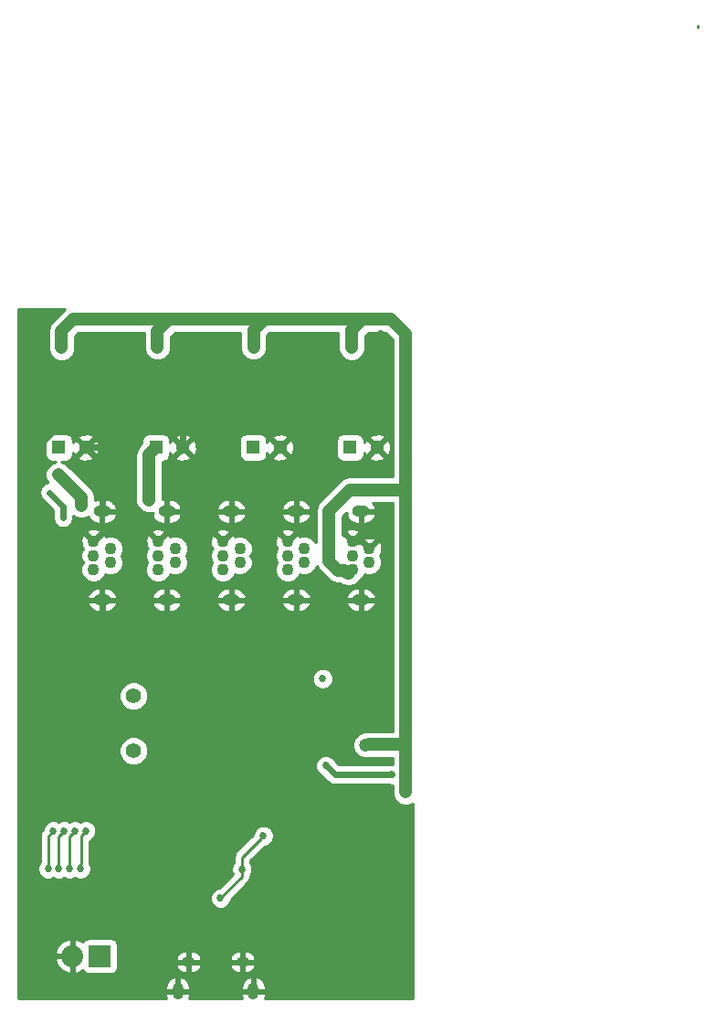
<source format=gbl>
G04 #@! TF.FileFunction,Copper,L2,Bot,Signal*
%FSLAX46Y46*%
G04 Gerber Fmt 4.6, Leading zero omitted, Abs format (unit mm)*
G04 Created by KiCad (PCBNEW 4.0.4+dfsg1-stable) date Sun Aug 27 23:53:47 2017*
%MOMM*%
%LPD*%
G01*
G04 APERTURE LIST*
%ADD10C,0.100000*%
%ADD11C,1.100000*%
%ADD12O,1.600000X1.000000*%
%ADD13R,2.032000X2.032000*%
%ADD14O,2.032000X2.032000*%
%ADD15C,1.300000*%
%ADD16R,1.300000X1.300000*%
%ADD17O,1.250000X0.950000*%
%ADD18O,1.000000X1.550000*%
%ADD19C,1.422400*%
%ADD20C,0.685800*%
%ADD21C,1.200000*%
%ADD22C,0.250000*%
%ADD23C,0.609600*%
%ADD24C,1.200000*%
%ADD25C,0.254000*%
G04 APERTURE END LIST*
D10*
D11*
X117225000Y-100000000D03*
X118775000Y-100650000D03*
X117225000Y-101300000D03*
X118775000Y-99350000D03*
X117225000Y-98700000D03*
D12*
X118000000Y-95900000D03*
X118000000Y-104100000D03*
D13*
X99800000Y-137100000D03*
D14*
X97260000Y-137100000D03*
D11*
X105225000Y-100000000D03*
X106775000Y-100650000D03*
X105225000Y-101300000D03*
X106775000Y-99350000D03*
X105225000Y-98700000D03*
D12*
X106000000Y-95900000D03*
X106000000Y-104100000D03*
D11*
X99225000Y-100000000D03*
X100775000Y-100650000D03*
X99225000Y-101300000D03*
X100775000Y-99350000D03*
X99225000Y-98700000D03*
D12*
X100000000Y-95900000D03*
X100000000Y-104100000D03*
D11*
X111225000Y-100000000D03*
X112775000Y-100650000D03*
X111225000Y-101300000D03*
X112775000Y-99350000D03*
X111225000Y-98700000D03*
D12*
X112000000Y-95900000D03*
X112000000Y-104100000D03*
D11*
X123225000Y-100000000D03*
X124775000Y-100650000D03*
X123225000Y-101300000D03*
X124775000Y-99350000D03*
X123225000Y-98700000D03*
D12*
X124000000Y-95900000D03*
X124000000Y-104100000D03*
D15*
X125500000Y-90000000D03*
D16*
X123000000Y-90000000D03*
D15*
X98500000Y-90000000D03*
D16*
X96000000Y-90000000D03*
D15*
X107500000Y-90000000D03*
D16*
X105000000Y-90000000D03*
D15*
X116500000Y-90000000D03*
D16*
X114000000Y-90000000D03*
D17*
X108029100Y-137637460D03*
X113029100Y-137637460D03*
D18*
X107029100Y-140337460D03*
X114029100Y-140337460D03*
D19*
X102930960Y-113014760D03*
X102930960Y-118094760D03*
D20*
X120450000Y-111400000D03*
X107650000Y-134000000D03*
X112000002Y-111600000D03*
X97350000Y-86100000D03*
X106000000Y-86050006D03*
X115650000Y-86150000D03*
X124100000Y-86200000D03*
X120350000Y-84550000D03*
X119900000Y-87800000D03*
X121200000Y-89100000D03*
X109250000Y-86100000D03*
X102750000Y-84850000D03*
X101700000Y-91400000D03*
X119400000Y-119325000D03*
X116350000Y-119375000D03*
X115275000Y-122125000D03*
X128525000Y-135800000D03*
X95200000Y-130850000D03*
X105600000Y-130775000D03*
X103850000Y-130775000D03*
X101975000Y-130775000D03*
X100375000Y-130775000D03*
X99675000Y-135025000D03*
X97275000Y-135025000D03*
X104975000Y-140550000D03*
X105325000Y-138500000D03*
X121850000Y-124400000D03*
X119400000Y-121800000D03*
X112350000Y-123550000D03*
X92500000Y-127100000D03*
X92550000Y-94050000D03*
X112300000Y-82050000D03*
X109600000Y-107400000D03*
X105050000Y-115700000D03*
X103150000Y-111000000D03*
X103600000Y-120200000D03*
X105050000Y-119100000D03*
X102500000Y-115700000D03*
X126500000Y-132800000D03*
X112350000Y-133250000D03*
X99850000Y-122000000D03*
X101120300Y-125300000D03*
X108432247Y-125193841D03*
X97450000Y-107800000D03*
X104500000Y-107700000D03*
X105800000Y-131900000D03*
X101200000Y-80600000D03*
X110000000Y-79650000D03*
X119100000Y-80500000D03*
X125850000Y-79450000D03*
X109800000Y-109900000D03*
X124600000Y-111650000D03*
X118200000Y-129050000D03*
X122900000Y-111700000D03*
X123250000Y-125000000D03*
X124150000Y-130200000D03*
X117500000Y-130600000D03*
X109150000Y-115850000D03*
X109550000Y-112650000D03*
X117350000Y-109300000D03*
X106150000Y-122150000D03*
X118415098Y-117046895D03*
X115004834Y-121007081D03*
X116833055Y-117042790D03*
X119400000Y-117000000D03*
X113500000Y-116600000D03*
D21*
X128150000Y-121900000D03*
X123150000Y-80750000D03*
X114050000Y-80700000D03*
X105150000Y-80700000D03*
X96250000Y-80750000D03*
X124450000Y-117550000D03*
D20*
X114970000Y-125949987D03*
X112970000Y-129070000D03*
X110980000Y-131730000D03*
X126900000Y-120300000D03*
X120750000Y-119450000D03*
X97500000Y-125500000D03*
X97000000Y-129000000D03*
X95500000Y-125500000D03*
X95000000Y-129000000D03*
X96500000Y-125500000D03*
X96000000Y-129000000D03*
X98500000Y-125500000D03*
X98000000Y-129000000D03*
D21*
X104350000Y-94850000D03*
X95968166Y-92518166D03*
X98100000Y-95350000D03*
D22*
X155200000Y-51100000D02*
X155200000Y-50900000D01*
D23*
X96404701Y-96500000D02*
X96404701Y-95434401D01*
X96404701Y-95434401D02*
X95120300Y-94150000D01*
D22*
X97350000Y-86584933D02*
X97350000Y-86100000D01*
X97350000Y-86585798D02*
X97350000Y-86584933D01*
X97457101Y-86692899D02*
X97350000Y-86585798D01*
D23*
X97222168Y-86692899D02*
X97457101Y-86692899D01*
D22*
X92550000Y-94050000D02*
X92550000Y-91600000D01*
X92550000Y-91600000D02*
X97457101Y-86692899D01*
D23*
X92450000Y-91465067D02*
X97222168Y-86692899D01*
X121200000Y-89100000D02*
X119900000Y-87800000D01*
X98500000Y-90000000D02*
X100300000Y-90000000D01*
X100300000Y-90000000D02*
X101700000Y-91400000D01*
X100000000Y-95900000D02*
X100000000Y-94790400D01*
X100000000Y-94790400D02*
X100050000Y-94740400D01*
D22*
X119400000Y-118840067D02*
X119400000Y-119325000D01*
X119400000Y-115200000D02*
X119400000Y-118840067D01*
X122900000Y-111700000D02*
X119400000Y-115200000D01*
D23*
X115617899Y-121482101D02*
X116350000Y-120750000D01*
X116350000Y-120750000D02*
X116350000Y-119375000D01*
X115275000Y-122125000D02*
X115617899Y-121782101D01*
X115617899Y-121782101D02*
X115617899Y-121482101D01*
X97275000Y-135025000D02*
X97275000Y-132925000D01*
X97275000Y-132925000D02*
X95200000Y-130850000D01*
X103850000Y-130775000D02*
X105600000Y-130775000D01*
X100375000Y-130775000D02*
X101975000Y-130775000D01*
X97275000Y-135025000D02*
X99675000Y-135025000D01*
X105325000Y-138500000D02*
X105325000Y-140200000D01*
X105325000Y-140200000D02*
X104975000Y-140550000D01*
X123250000Y-125000000D02*
X122450000Y-125000000D01*
X122450000Y-125000000D02*
X121850000Y-124400000D01*
X107500000Y-90000000D02*
X107500000Y-86850000D01*
X107500000Y-86850000D02*
X112300000Y-82050000D01*
X102500000Y-115700000D02*
X105050000Y-115700000D01*
X101200000Y-115650000D02*
X101250000Y-115700000D01*
X101250000Y-115700000D02*
X102500000Y-115700000D01*
X101200000Y-112100000D02*
X101200000Y-115650000D01*
X102250000Y-111050000D02*
X101200000Y-112100000D01*
X102615067Y-111050000D02*
X102250000Y-111050000D01*
X103150000Y-111000000D02*
X102665067Y-111000000D01*
X102665067Y-111000000D02*
X102615067Y-111050000D01*
X105050000Y-119100000D02*
X104700000Y-119100000D01*
X104700000Y-119100000D02*
X103600000Y-120200000D01*
X112350000Y-133250000D02*
X112800000Y-132800000D01*
X112800000Y-132800000D02*
X126500000Y-132800000D01*
X106150000Y-122150000D02*
X106150000Y-122911594D01*
X106150000Y-122911594D02*
X108432247Y-125193841D01*
X100000000Y-104100000D02*
X100000000Y-105250000D01*
X100000000Y-105250000D02*
X97450000Y-107800000D01*
X123800002Y-98150000D02*
X126550000Y-98150000D01*
X123800001Y-98150001D02*
X123800002Y-98150000D01*
X123225000Y-98700000D02*
X123774999Y-98150001D01*
X123774999Y-98150001D02*
X123800001Y-98150001D01*
X123225000Y-98700000D02*
X124125000Y-98700000D01*
X124125000Y-98700000D02*
X124775000Y-99350000D01*
D24*
X128150000Y-121900000D02*
X128150000Y-117350000D01*
X121900000Y-101350000D02*
X122500000Y-101350000D01*
X122500000Y-101350000D02*
X122775000Y-101625000D01*
X122775000Y-101625000D02*
X122900000Y-101625000D01*
D22*
X121900000Y-101350000D02*
X121950000Y-101300000D01*
D24*
X121050000Y-100500000D02*
X121900000Y-101350000D01*
X121050000Y-95850000D02*
X121050000Y-100500000D01*
X123000000Y-93900000D02*
X121050000Y-95850000D01*
X128150000Y-93900000D02*
X128150000Y-82200000D01*
X128150000Y-97350000D02*
X128150000Y-93900000D01*
X128150000Y-93900000D02*
X123000000Y-93900000D01*
X124724264Y-117500000D02*
X128000000Y-117500000D01*
X128150000Y-97350000D02*
X128150000Y-117350000D01*
X128150000Y-117350000D02*
X128000000Y-117500000D01*
X124200000Y-78100000D02*
X123150000Y-79150000D01*
X123150000Y-79150000D02*
X123150000Y-80750000D01*
X124950000Y-78100000D02*
X118150000Y-78100000D01*
X126800000Y-78100000D02*
X124950000Y-78100000D01*
X124950000Y-78100000D02*
X124200000Y-78100000D01*
X115050000Y-78100000D02*
X114050000Y-79100000D01*
X114050000Y-79100000D02*
X114050000Y-80700000D01*
X118150000Y-78100000D02*
X108700000Y-78100000D01*
X118150000Y-78100000D02*
X115050000Y-78100000D01*
X106250000Y-78100000D02*
X105150000Y-79200000D01*
X105150000Y-79200000D02*
X105150000Y-80700000D01*
X108700000Y-78100000D02*
X97350000Y-78100000D01*
X108700000Y-78100000D02*
X106250000Y-78100000D01*
X97350000Y-78100000D02*
X96250000Y-79200000D01*
X96250000Y-79200000D02*
X96250000Y-80750000D01*
X128150000Y-79450000D02*
X126800000Y-78100000D01*
X128150000Y-82200000D02*
X128150000Y-79450000D01*
D22*
X112970000Y-127949987D02*
X114670001Y-126249986D01*
X112970000Y-129070000D02*
X112970000Y-127949987D01*
X114670001Y-126249986D02*
X114970000Y-125949987D01*
X110980000Y-131730000D02*
X112970000Y-129740000D01*
X112970000Y-129740000D02*
X112970000Y-129070000D01*
D23*
X126415067Y-120300000D02*
X126900000Y-120300000D01*
X121600000Y-120300000D02*
X126415067Y-120300000D01*
X120750000Y-119450000D02*
X121600000Y-120300000D01*
D22*
X97000000Y-128515067D02*
X97000000Y-129000000D01*
X97500000Y-125500000D02*
X97000000Y-126000000D01*
X97000000Y-126000000D02*
X97000000Y-128515067D01*
X95000000Y-128515067D02*
X95000000Y-129000000D01*
X95500000Y-125500000D02*
X95000000Y-126000000D01*
X95000000Y-126000000D02*
X95000000Y-128515067D01*
X96000000Y-126000000D02*
X96000000Y-128515067D01*
X96500000Y-125500000D02*
X96000000Y-126000000D01*
X96000000Y-128515067D02*
X96000000Y-129000000D01*
X98500000Y-125500000D02*
X98050000Y-125950000D01*
X98050000Y-125950000D02*
X98050000Y-128550000D01*
X98050000Y-128550000D02*
X98000000Y-128600000D01*
X98000000Y-128600000D02*
X98000000Y-129000000D01*
D24*
X104350000Y-94850000D02*
X104350000Y-90650000D01*
X104350000Y-90650000D02*
X105000000Y-90000000D01*
X95968166Y-92518166D02*
X98100000Y-94650000D01*
X98100000Y-94650000D02*
X98100000Y-95350000D01*
D25*
G36*
X96476723Y-77226723D02*
X95376723Y-78326723D01*
X95109009Y-78727386D01*
X95015000Y-79200000D01*
X95015000Y-80749495D01*
X95014786Y-80994579D01*
X95202408Y-81448657D01*
X95549515Y-81796371D01*
X96003266Y-81984785D01*
X96494579Y-81985214D01*
X96948657Y-81797592D01*
X97296371Y-81450485D01*
X97484785Y-80996734D01*
X97485214Y-80505421D01*
X97485000Y-80504903D01*
X97485000Y-79711554D01*
X97861554Y-79335000D01*
X103915000Y-79335000D01*
X103915000Y-80699495D01*
X103914786Y-80944579D01*
X104102408Y-81398657D01*
X104449515Y-81746371D01*
X104903266Y-81934785D01*
X105394579Y-81935214D01*
X105848657Y-81747592D01*
X106196371Y-81400485D01*
X106384785Y-80946734D01*
X106385214Y-80455421D01*
X106385000Y-80454903D01*
X106385000Y-79711554D01*
X106761554Y-79335000D01*
X112815000Y-79335000D01*
X112815000Y-80699495D01*
X112814786Y-80944579D01*
X113002408Y-81398657D01*
X113349515Y-81746371D01*
X113803266Y-81934785D01*
X114294579Y-81935214D01*
X114748657Y-81747592D01*
X115096371Y-81400485D01*
X115284785Y-80946734D01*
X115285214Y-80455421D01*
X115285000Y-80454903D01*
X115285000Y-79611554D01*
X115561554Y-79335000D01*
X121915000Y-79335000D01*
X121915000Y-80749495D01*
X121914786Y-80994579D01*
X122102408Y-81448657D01*
X122449515Y-81796371D01*
X122903266Y-81984785D01*
X123394579Y-81985214D01*
X123848657Y-81797592D01*
X124196371Y-81450485D01*
X124384785Y-80996734D01*
X124385214Y-80505421D01*
X124385000Y-80504903D01*
X124385000Y-79661554D01*
X124711554Y-79335000D01*
X126288446Y-79335000D01*
X126915000Y-79961554D01*
X126915000Y-92665000D01*
X123000000Y-92665000D01*
X122527386Y-92759009D01*
X122126723Y-93026723D01*
X120176723Y-94976723D01*
X119909009Y-95377386D01*
X119815000Y-95850000D01*
X119815000Y-98763899D01*
X119780180Y-98679628D01*
X119447125Y-98345991D01*
X119011745Y-98165206D01*
X118540323Y-98164794D01*
X118335109Y-98249587D01*
X118271701Y-98096508D01*
X118051433Y-98053172D01*
X117404605Y-98700000D01*
X117418748Y-98714143D01*
X117317810Y-98815080D01*
X117132028Y-98814918D01*
X117031253Y-98714143D01*
X117045395Y-98700000D01*
X116398567Y-98053172D01*
X116178299Y-98096508D01*
X116027028Y-98543001D01*
X116058137Y-99013396D01*
X116178299Y-99303492D01*
X116234366Y-99314523D01*
X116220991Y-99327875D01*
X116040206Y-99763255D01*
X116039794Y-100234677D01*
X116211603Y-100650485D01*
X116040206Y-101063255D01*
X116039794Y-101534677D01*
X116219820Y-101970372D01*
X116552875Y-102304009D01*
X116988255Y-102484794D01*
X117459677Y-102485206D01*
X117895372Y-102305180D01*
X118229009Y-101972125D01*
X118323126Y-101745465D01*
X118538255Y-101834794D01*
X119009677Y-101835206D01*
X119445372Y-101655180D01*
X119779009Y-101322125D01*
X119918340Y-100986578D01*
X120176723Y-101373277D01*
X121026723Y-102223277D01*
X121427386Y-102490991D01*
X121900000Y-102585001D01*
X121900005Y-102585000D01*
X122031513Y-102585000D01*
X122302386Y-102765991D01*
X122775000Y-102860000D01*
X122900000Y-102860000D01*
X123372614Y-102765991D01*
X123773277Y-102498277D01*
X123916178Y-102284411D01*
X124229009Y-101972125D01*
X124323126Y-101745465D01*
X124538255Y-101834794D01*
X125009677Y-101835206D01*
X125445372Y-101655180D01*
X125779009Y-101322125D01*
X125959794Y-100886745D01*
X125960206Y-100415323D01*
X125780180Y-99979628D01*
X125765189Y-99964610D01*
X125821701Y-99953492D01*
X125972972Y-99506999D01*
X125941863Y-99036604D01*
X125821701Y-98746508D01*
X125601433Y-98703172D01*
X124954605Y-99350000D01*
X124968748Y-99364143D01*
X124867810Y-99465080D01*
X124682028Y-99464918D01*
X124581253Y-99364143D01*
X124595395Y-99350000D01*
X124581253Y-99335858D01*
X124760858Y-99156253D01*
X124775000Y-99170395D01*
X125421828Y-98523567D01*
X125378492Y-98303299D01*
X124931999Y-98152028D01*
X124461604Y-98183137D01*
X124330140Y-98237591D01*
X124271701Y-98096508D01*
X124051433Y-98053172D01*
X123404605Y-98700000D01*
X123418748Y-98714143D01*
X123317810Y-98815080D01*
X123132028Y-98814918D01*
X123031253Y-98714143D01*
X123045395Y-98700000D01*
X122398567Y-98053172D01*
X122285000Y-98075515D01*
X122285000Y-97873567D01*
X122578172Y-97873567D01*
X123225000Y-98520395D01*
X123871828Y-97873567D01*
X123828492Y-97653299D01*
X123381999Y-97502028D01*
X122911604Y-97533137D01*
X122621508Y-97653299D01*
X122578172Y-97873567D01*
X122285000Y-97873567D01*
X122285000Y-96361554D01*
X122619552Y-96027002D01*
X122732045Y-96027002D01*
X122605881Y-96201874D01*
X122807632Y-96612763D01*
X123148322Y-96900002D01*
X123573000Y-97035000D01*
X123873000Y-97035000D01*
X123873000Y-96027000D01*
X124127000Y-96027000D01*
X124127000Y-97035000D01*
X124427000Y-97035000D01*
X124851678Y-96900002D01*
X125192368Y-96612763D01*
X125394119Y-96201874D01*
X125267954Y-96027000D01*
X124127000Y-96027000D01*
X123873000Y-96027000D01*
X123853000Y-96027000D01*
X123853000Y-95773000D01*
X123873000Y-95773000D01*
X123873000Y-95753000D01*
X124127000Y-95753000D01*
X124127000Y-95773000D01*
X125267954Y-95773000D01*
X125394119Y-95598126D01*
X125192368Y-95187237D01*
X125130410Y-95135000D01*
X126915000Y-95135000D01*
X126915000Y-116265000D01*
X124724264Y-116265000D01*
X124472800Y-116315019D01*
X124205421Y-116314786D01*
X123751343Y-116502408D01*
X123403629Y-116849515D01*
X123215215Y-117303266D01*
X123214786Y-117794579D01*
X123402408Y-118248657D01*
X123749515Y-118596371D01*
X124203266Y-118784785D01*
X124694579Y-118785214D01*
X124816106Y-118735000D01*
X126915000Y-118735000D01*
X126915000Y-119322113D01*
X126706337Y-119321931D01*
X126613719Y-119360200D01*
X121989278Y-119360200D01*
X121617277Y-118988199D01*
X121579507Y-118896788D01*
X121304659Y-118621460D01*
X120945370Y-118472270D01*
X120556337Y-118471931D01*
X120196788Y-118620493D01*
X119921460Y-118895341D01*
X119772270Y-119254630D01*
X119771931Y-119643663D01*
X119920493Y-120003212D01*
X120195341Y-120278540D01*
X120287893Y-120316971D01*
X120935461Y-120964539D01*
X121240354Y-121168262D01*
X121600000Y-121239800D01*
X126613285Y-121239800D01*
X126704630Y-121277730D01*
X126915000Y-121277913D01*
X126915000Y-121899495D01*
X126914786Y-122144579D01*
X127102408Y-122598657D01*
X127449515Y-122946371D01*
X127903266Y-123134785D01*
X128394579Y-123135214D01*
X128805000Y-122965631D01*
X128805000Y-140997000D01*
X115082232Y-140997000D01*
X115164100Y-140739460D01*
X115164100Y-140464460D01*
X114156100Y-140464460D01*
X114156100Y-140484460D01*
X113902100Y-140484460D01*
X113902100Y-140464460D01*
X112894100Y-140464460D01*
X112894100Y-140739460D01*
X112975968Y-140997000D01*
X108082232Y-140997000D01*
X108164100Y-140739460D01*
X108164100Y-140464460D01*
X107156100Y-140464460D01*
X107156100Y-140484460D01*
X106902100Y-140484460D01*
X106902100Y-140464460D01*
X105894100Y-140464460D01*
X105894100Y-140739460D01*
X105975968Y-140997000D01*
X92255000Y-140997000D01*
X92255000Y-139935460D01*
X105894100Y-139935460D01*
X105894100Y-140210460D01*
X106902100Y-140210460D01*
X106902100Y-139094506D01*
X107156100Y-139094506D01*
X107156100Y-140210460D01*
X108164100Y-140210460D01*
X108164100Y-139935460D01*
X112894100Y-139935460D01*
X112894100Y-140210460D01*
X113902100Y-140210460D01*
X113902100Y-139094506D01*
X114156100Y-139094506D01*
X114156100Y-140210460D01*
X115164100Y-140210460D01*
X115164100Y-139935460D01*
X115029102Y-139510782D01*
X114741863Y-139170092D01*
X114330974Y-138968341D01*
X114156100Y-139094506D01*
X113902100Y-139094506D01*
X113727226Y-138968341D01*
X113316337Y-139170092D01*
X113029098Y-139510782D01*
X112894100Y-139935460D01*
X108164100Y-139935460D01*
X108029102Y-139510782D01*
X107741863Y-139170092D01*
X107330974Y-138968341D01*
X107156100Y-139094506D01*
X106902100Y-139094506D01*
X106727226Y-138968341D01*
X106316337Y-139170092D01*
X106029098Y-139510782D01*
X105894100Y-139935460D01*
X92255000Y-139935460D01*
X92255000Y-137482946D01*
X95654017Y-137482946D01*
X95922812Y-138068379D01*
X96395182Y-138506385D01*
X96877056Y-138705975D01*
X97133000Y-138586836D01*
X97133000Y-137227000D01*
X95772633Y-137227000D01*
X95654017Y-137482946D01*
X92255000Y-137482946D01*
X92255000Y-136717054D01*
X95654017Y-136717054D01*
X95772633Y-136973000D01*
X97133000Y-136973000D01*
X97133000Y-135613164D01*
X97387000Y-135613164D01*
X97387000Y-136973000D01*
X97407000Y-136973000D01*
X97407000Y-137227000D01*
X97387000Y-137227000D01*
X97387000Y-138586836D01*
X97642944Y-138705975D01*
X98124818Y-138506385D01*
X98222398Y-138415903D01*
X98319910Y-138567441D01*
X98532110Y-138712431D01*
X98784000Y-138763440D01*
X100816000Y-138763440D01*
X101051317Y-138719162D01*
X101267441Y-138580090D01*
X101412431Y-138367890D01*
X101463440Y-138116000D01*
X101463440Y-137935398D01*
X106809832Y-137935398D01*
X106993548Y-138309281D01*
X107318051Y-138597028D01*
X107727969Y-138738689D01*
X107902100Y-138590023D01*
X107902100Y-137764460D01*
X108156100Y-137764460D01*
X108156100Y-138590023D01*
X108330231Y-138738689D01*
X108740149Y-138597028D01*
X109064652Y-138309281D01*
X109248368Y-137935398D01*
X111809832Y-137935398D01*
X111993548Y-138309281D01*
X112318051Y-138597028D01*
X112727969Y-138738689D01*
X112902100Y-138590023D01*
X112902100Y-137764460D01*
X113156100Y-137764460D01*
X113156100Y-138590023D01*
X113330231Y-138738689D01*
X113740149Y-138597028D01*
X114064652Y-138309281D01*
X114248368Y-137935398D01*
X114121834Y-137764460D01*
X113156100Y-137764460D01*
X112902100Y-137764460D01*
X111936366Y-137764460D01*
X111809832Y-137935398D01*
X109248368Y-137935398D01*
X109121834Y-137764460D01*
X108156100Y-137764460D01*
X107902100Y-137764460D01*
X106936366Y-137764460D01*
X106809832Y-137935398D01*
X101463440Y-137935398D01*
X101463440Y-137339522D01*
X106809832Y-137339522D01*
X106936366Y-137510460D01*
X107902100Y-137510460D01*
X107902100Y-136684897D01*
X108156100Y-136684897D01*
X108156100Y-137510460D01*
X109121834Y-137510460D01*
X109248368Y-137339522D01*
X111809832Y-137339522D01*
X111936366Y-137510460D01*
X112902100Y-137510460D01*
X112902100Y-136684897D01*
X113156100Y-136684897D01*
X113156100Y-137510460D01*
X114121834Y-137510460D01*
X114248368Y-137339522D01*
X114064652Y-136965639D01*
X113740149Y-136677892D01*
X113330231Y-136536231D01*
X113156100Y-136684897D01*
X112902100Y-136684897D01*
X112727969Y-136536231D01*
X112318051Y-136677892D01*
X111993548Y-136965639D01*
X111809832Y-137339522D01*
X109248368Y-137339522D01*
X109064652Y-136965639D01*
X108740149Y-136677892D01*
X108330231Y-136536231D01*
X108156100Y-136684897D01*
X107902100Y-136684897D01*
X107727969Y-136536231D01*
X107318051Y-136677892D01*
X106993548Y-136965639D01*
X106809832Y-137339522D01*
X101463440Y-137339522D01*
X101463440Y-136084000D01*
X101419162Y-135848683D01*
X101280090Y-135632559D01*
X101067890Y-135487569D01*
X100816000Y-135436560D01*
X98784000Y-135436560D01*
X98548683Y-135480838D01*
X98332559Y-135619910D01*
X98221160Y-135782948D01*
X98124818Y-135693615D01*
X97642944Y-135494025D01*
X97387000Y-135613164D01*
X97133000Y-135613164D01*
X96877056Y-135494025D01*
X96395182Y-135693615D01*
X95922812Y-136131621D01*
X95654017Y-136717054D01*
X92255000Y-136717054D01*
X92255000Y-131923663D01*
X110001931Y-131923663D01*
X110150493Y-132283212D01*
X110425341Y-132558540D01*
X110784630Y-132707730D01*
X111173663Y-132708069D01*
X111533212Y-132559507D01*
X111808540Y-132284659D01*
X111957730Y-131925370D01*
X111957816Y-131826986D01*
X113507401Y-130277401D01*
X113672148Y-130030839D01*
X113730000Y-129740000D01*
X113730000Y-129693080D01*
X113798540Y-129624659D01*
X113947730Y-129265370D01*
X113948069Y-128876337D01*
X113799507Y-128516788D01*
X113730000Y-128447160D01*
X113730000Y-128264789D01*
X115066817Y-126927972D01*
X115163663Y-126928056D01*
X115523212Y-126779494D01*
X115798540Y-126504646D01*
X115947730Y-126145357D01*
X115948069Y-125756324D01*
X115799507Y-125396775D01*
X115524659Y-125121447D01*
X115165370Y-124972257D01*
X114776337Y-124971918D01*
X114416788Y-125120480D01*
X114141460Y-125395328D01*
X113992270Y-125754617D01*
X113992184Y-125853001D01*
X112432599Y-127412586D01*
X112267852Y-127659148D01*
X112210000Y-127949987D01*
X112210000Y-128446920D01*
X112141460Y-128515341D01*
X111992270Y-128874630D01*
X111991931Y-129263663D01*
X112102920Y-129532278D01*
X110883183Y-130752015D01*
X110786337Y-130751931D01*
X110426788Y-130900493D01*
X110151460Y-131175341D01*
X110002270Y-131534630D01*
X110001931Y-131923663D01*
X92255000Y-131923663D01*
X92255000Y-129193663D01*
X94021931Y-129193663D01*
X94170493Y-129553212D01*
X94445341Y-129828540D01*
X94804630Y-129977730D01*
X95193663Y-129978069D01*
X95500311Y-129851365D01*
X95804630Y-129977730D01*
X96193663Y-129978069D01*
X96500311Y-129851365D01*
X96804630Y-129977730D01*
X97193663Y-129978069D01*
X97500311Y-129851365D01*
X97804630Y-129977730D01*
X98193663Y-129978069D01*
X98553212Y-129829507D01*
X98828540Y-129554659D01*
X98977730Y-129195370D01*
X98978069Y-128806337D01*
X98829507Y-128446788D01*
X98810000Y-128427247D01*
X98810000Y-126430000D01*
X99053212Y-126329507D01*
X99328540Y-126054659D01*
X99477730Y-125695370D01*
X99478069Y-125306337D01*
X99329507Y-124946788D01*
X99054659Y-124671460D01*
X98695370Y-124522270D01*
X98306337Y-124521931D01*
X97999689Y-124648635D01*
X97695370Y-124522270D01*
X97306337Y-124521931D01*
X96999689Y-124648635D01*
X96695370Y-124522270D01*
X96306337Y-124521931D01*
X95999689Y-124648635D01*
X95695370Y-124522270D01*
X95306337Y-124521931D01*
X94946788Y-124670493D01*
X94671460Y-124945341D01*
X94522270Y-125304630D01*
X94522184Y-125403014D01*
X94462599Y-125462599D01*
X94297852Y-125709161D01*
X94240000Y-126000000D01*
X94240000Y-128376920D01*
X94171460Y-128445341D01*
X94022270Y-128804630D01*
X94021931Y-129193663D01*
X92255000Y-129193663D01*
X92255000Y-118361361D01*
X101584526Y-118361361D01*
X101789041Y-118856325D01*
X102167403Y-119235348D01*
X102662009Y-119440726D01*
X103197561Y-119441194D01*
X103692525Y-119236679D01*
X104071548Y-118858317D01*
X104276926Y-118363711D01*
X104277394Y-117828159D01*
X104072879Y-117333195D01*
X103694517Y-116954172D01*
X103199911Y-116748794D01*
X102664359Y-116748326D01*
X102169395Y-116952841D01*
X101790372Y-117331203D01*
X101584994Y-117825809D01*
X101584526Y-118361361D01*
X92255000Y-118361361D01*
X92255000Y-113281361D01*
X101584526Y-113281361D01*
X101789041Y-113776325D01*
X102167403Y-114155348D01*
X102662009Y-114360726D01*
X103197561Y-114361194D01*
X103692525Y-114156679D01*
X104071548Y-113778317D01*
X104276926Y-113283711D01*
X104277394Y-112748159D01*
X104072879Y-112253195D01*
X103694517Y-111874172D01*
X103199911Y-111668794D01*
X102664359Y-111668326D01*
X102169395Y-111872841D01*
X101790372Y-112251203D01*
X101584994Y-112745809D01*
X101584526Y-113281361D01*
X92255000Y-113281361D01*
X92255000Y-111593663D01*
X119471931Y-111593663D01*
X119620493Y-111953212D01*
X119895341Y-112228540D01*
X120254630Y-112377730D01*
X120643663Y-112378069D01*
X121003212Y-112229507D01*
X121278540Y-111954659D01*
X121427730Y-111595370D01*
X121428069Y-111206337D01*
X121279507Y-110846788D01*
X121004659Y-110571460D01*
X120645370Y-110422270D01*
X120256337Y-110421931D01*
X119896788Y-110570493D01*
X119621460Y-110845341D01*
X119472270Y-111204630D01*
X119471931Y-111593663D01*
X92255000Y-111593663D01*
X92255000Y-104401874D01*
X98605881Y-104401874D01*
X98807632Y-104812763D01*
X99148322Y-105100002D01*
X99573000Y-105235000D01*
X99873000Y-105235000D01*
X99873000Y-104227000D01*
X100127000Y-104227000D01*
X100127000Y-105235000D01*
X100427000Y-105235000D01*
X100851678Y-105100002D01*
X101192368Y-104812763D01*
X101394119Y-104401874D01*
X104605881Y-104401874D01*
X104807632Y-104812763D01*
X105148322Y-105100002D01*
X105573000Y-105235000D01*
X105873000Y-105235000D01*
X105873000Y-104227000D01*
X106127000Y-104227000D01*
X106127000Y-105235000D01*
X106427000Y-105235000D01*
X106851678Y-105100002D01*
X107192368Y-104812763D01*
X107394119Y-104401874D01*
X110605881Y-104401874D01*
X110807632Y-104812763D01*
X111148322Y-105100002D01*
X111573000Y-105235000D01*
X111873000Y-105235000D01*
X111873000Y-104227000D01*
X112127000Y-104227000D01*
X112127000Y-105235000D01*
X112427000Y-105235000D01*
X112851678Y-105100002D01*
X113192368Y-104812763D01*
X113394119Y-104401874D01*
X116605881Y-104401874D01*
X116807632Y-104812763D01*
X117148322Y-105100002D01*
X117573000Y-105235000D01*
X117873000Y-105235000D01*
X117873000Y-104227000D01*
X118127000Y-104227000D01*
X118127000Y-105235000D01*
X118427000Y-105235000D01*
X118851678Y-105100002D01*
X119192368Y-104812763D01*
X119394119Y-104401874D01*
X122605881Y-104401874D01*
X122807632Y-104812763D01*
X123148322Y-105100002D01*
X123573000Y-105235000D01*
X123873000Y-105235000D01*
X123873000Y-104227000D01*
X124127000Y-104227000D01*
X124127000Y-105235000D01*
X124427000Y-105235000D01*
X124851678Y-105100002D01*
X125192368Y-104812763D01*
X125394119Y-104401874D01*
X125267954Y-104227000D01*
X124127000Y-104227000D01*
X123873000Y-104227000D01*
X122732046Y-104227000D01*
X122605881Y-104401874D01*
X119394119Y-104401874D01*
X119267954Y-104227000D01*
X118127000Y-104227000D01*
X117873000Y-104227000D01*
X116732046Y-104227000D01*
X116605881Y-104401874D01*
X113394119Y-104401874D01*
X113267954Y-104227000D01*
X112127000Y-104227000D01*
X111873000Y-104227000D01*
X110732046Y-104227000D01*
X110605881Y-104401874D01*
X107394119Y-104401874D01*
X107267954Y-104227000D01*
X106127000Y-104227000D01*
X105873000Y-104227000D01*
X104732046Y-104227000D01*
X104605881Y-104401874D01*
X101394119Y-104401874D01*
X101267954Y-104227000D01*
X100127000Y-104227000D01*
X99873000Y-104227000D01*
X98732046Y-104227000D01*
X98605881Y-104401874D01*
X92255000Y-104401874D01*
X92255000Y-103798126D01*
X98605881Y-103798126D01*
X98732046Y-103973000D01*
X99873000Y-103973000D01*
X99873000Y-102965000D01*
X100127000Y-102965000D01*
X100127000Y-103973000D01*
X101267954Y-103973000D01*
X101394119Y-103798126D01*
X104605881Y-103798126D01*
X104732046Y-103973000D01*
X105873000Y-103973000D01*
X105873000Y-102965000D01*
X106127000Y-102965000D01*
X106127000Y-103973000D01*
X107267954Y-103973000D01*
X107394119Y-103798126D01*
X110605881Y-103798126D01*
X110732046Y-103973000D01*
X111873000Y-103973000D01*
X111873000Y-102965000D01*
X112127000Y-102965000D01*
X112127000Y-103973000D01*
X113267954Y-103973000D01*
X113394119Y-103798126D01*
X116605881Y-103798126D01*
X116732046Y-103973000D01*
X117873000Y-103973000D01*
X117873000Y-102965000D01*
X118127000Y-102965000D01*
X118127000Y-103973000D01*
X119267954Y-103973000D01*
X119394119Y-103798126D01*
X122605881Y-103798126D01*
X122732046Y-103973000D01*
X123873000Y-103973000D01*
X123873000Y-102965000D01*
X124127000Y-102965000D01*
X124127000Y-103973000D01*
X125267954Y-103973000D01*
X125394119Y-103798126D01*
X125192368Y-103387237D01*
X124851678Y-103099998D01*
X124427000Y-102965000D01*
X124127000Y-102965000D01*
X123873000Y-102965000D01*
X123573000Y-102965000D01*
X123148322Y-103099998D01*
X122807632Y-103387237D01*
X122605881Y-103798126D01*
X119394119Y-103798126D01*
X119192368Y-103387237D01*
X118851678Y-103099998D01*
X118427000Y-102965000D01*
X118127000Y-102965000D01*
X117873000Y-102965000D01*
X117573000Y-102965000D01*
X117148322Y-103099998D01*
X116807632Y-103387237D01*
X116605881Y-103798126D01*
X113394119Y-103798126D01*
X113192368Y-103387237D01*
X112851678Y-103099998D01*
X112427000Y-102965000D01*
X112127000Y-102965000D01*
X111873000Y-102965000D01*
X111573000Y-102965000D01*
X111148322Y-103099998D01*
X110807632Y-103387237D01*
X110605881Y-103798126D01*
X107394119Y-103798126D01*
X107192368Y-103387237D01*
X106851678Y-103099998D01*
X106427000Y-102965000D01*
X106127000Y-102965000D01*
X105873000Y-102965000D01*
X105573000Y-102965000D01*
X105148322Y-103099998D01*
X104807632Y-103387237D01*
X104605881Y-103798126D01*
X101394119Y-103798126D01*
X101192368Y-103387237D01*
X100851678Y-103099998D01*
X100427000Y-102965000D01*
X100127000Y-102965000D01*
X99873000Y-102965000D01*
X99573000Y-102965000D01*
X99148322Y-103099998D01*
X98807632Y-103387237D01*
X98605881Y-103798126D01*
X92255000Y-103798126D01*
X92255000Y-98543001D01*
X98027028Y-98543001D01*
X98058137Y-99013396D01*
X98178299Y-99303492D01*
X98234366Y-99314523D01*
X98220991Y-99327875D01*
X98040206Y-99763255D01*
X98039794Y-100234677D01*
X98211603Y-100650485D01*
X98040206Y-101063255D01*
X98039794Y-101534677D01*
X98219820Y-101970372D01*
X98552875Y-102304009D01*
X98988255Y-102484794D01*
X99459677Y-102485206D01*
X99895372Y-102305180D01*
X100229009Y-101972125D01*
X100323126Y-101745465D01*
X100538255Y-101834794D01*
X101009677Y-101835206D01*
X101445372Y-101655180D01*
X101779009Y-101322125D01*
X101959794Y-100886745D01*
X101960206Y-100415323D01*
X101788397Y-99999515D01*
X101959794Y-99586745D01*
X101960206Y-99115323D01*
X101780180Y-98679628D01*
X101643792Y-98543001D01*
X104027028Y-98543001D01*
X104058137Y-99013396D01*
X104178299Y-99303492D01*
X104234366Y-99314523D01*
X104220991Y-99327875D01*
X104040206Y-99763255D01*
X104039794Y-100234677D01*
X104211603Y-100650485D01*
X104040206Y-101063255D01*
X104039794Y-101534677D01*
X104219820Y-101970372D01*
X104552875Y-102304009D01*
X104988255Y-102484794D01*
X105459677Y-102485206D01*
X105895372Y-102305180D01*
X106229009Y-101972125D01*
X106323126Y-101745465D01*
X106538255Y-101834794D01*
X107009677Y-101835206D01*
X107445372Y-101655180D01*
X107779009Y-101322125D01*
X107959794Y-100886745D01*
X107960206Y-100415323D01*
X107788397Y-99999515D01*
X107959794Y-99586745D01*
X107960206Y-99115323D01*
X107780180Y-98679628D01*
X107643792Y-98543001D01*
X110027028Y-98543001D01*
X110058137Y-99013396D01*
X110178299Y-99303492D01*
X110234366Y-99314523D01*
X110220991Y-99327875D01*
X110040206Y-99763255D01*
X110039794Y-100234677D01*
X110211603Y-100650485D01*
X110040206Y-101063255D01*
X110039794Y-101534677D01*
X110219820Y-101970372D01*
X110552875Y-102304009D01*
X110988255Y-102484794D01*
X111459677Y-102485206D01*
X111895372Y-102305180D01*
X112229009Y-101972125D01*
X112323126Y-101745465D01*
X112538255Y-101834794D01*
X113009677Y-101835206D01*
X113445372Y-101655180D01*
X113779009Y-101322125D01*
X113959794Y-100886745D01*
X113960206Y-100415323D01*
X113788397Y-99999515D01*
X113959794Y-99586745D01*
X113960206Y-99115323D01*
X113780180Y-98679628D01*
X113447125Y-98345991D01*
X113011745Y-98165206D01*
X112540323Y-98164794D01*
X112335109Y-98249587D01*
X112271701Y-98096508D01*
X112051433Y-98053172D01*
X111404605Y-98700000D01*
X111418748Y-98714143D01*
X111317810Y-98815080D01*
X111132028Y-98814918D01*
X111031253Y-98714143D01*
X111045395Y-98700000D01*
X110398567Y-98053172D01*
X110178299Y-98096508D01*
X110027028Y-98543001D01*
X107643792Y-98543001D01*
X107447125Y-98345991D01*
X107011745Y-98165206D01*
X106540323Y-98164794D01*
X106335109Y-98249587D01*
X106271701Y-98096508D01*
X106051433Y-98053172D01*
X105404605Y-98700000D01*
X105418748Y-98714143D01*
X105317810Y-98815080D01*
X105132028Y-98814918D01*
X105031253Y-98714143D01*
X105045395Y-98700000D01*
X104398567Y-98053172D01*
X104178299Y-98096508D01*
X104027028Y-98543001D01*
X101643792Y-98543001D01*
X101447125Y-98345991D01*
X101011745Y-98165206D01*
X100540323Y-98164794D01*
X100335109Y-98249587D01*
X100271701Y-98096508D01*
X100051433Y-98053172D01*
X99404605Y-98700000D01*
X99418748Y-98714143D01*
X99317810Y-98815080D01*
X99132028Y-98814918D01*
X99031253Y-98714143D01*
X99045395Y-98700000D01*
X98398567Y-98053172D01*
X98178299Y-98096508D01*
X98027028Y-98543001D01*
X92255000Y-98543001D01*
X92255000Y-97873567D01*
X98578172Y-97873567D01*
X99225000Y-98520395D01*
X99871828Y-97873567D01*
X104578172Y-97873567D01*
X105225000Y-98520395D01*
X105871828Y-97873567D01*
X110578172Y-97873567D01*
X111225000Y-98520395D01*
X111871828Y-97873567D01*
X116578172Y-97873567D01*
X117225000Y-98520395D01*
X117871828Y-97873567D01*
X117828492Y-97653299D01*
X117381999Y-97502028D01*
X116911604Y-97533137D01*
X116621508Y-97653299D01*
X116578172Y-97873567D01*
X111871828Y-97873567D01*
X111828492Y-97653299D01*
X111381999Y-97502028D01*
X110911604Y-97533137D01*
X110621508Y-97653299D01*
X110578172Y-97873567D01*
X105871828Y-97873567D01*
X105828492Y-97653299D01*
X105381999Y-97502028D01*
X104911604Y-97533137D01*
X104621508Y-97653299D01*
X104578172Y-97873567D01*
X99871828Y-97873567D01*
X99828492Y-97653299D01*
X99381999Y-97502028D01*
X98911604Y-97533137D01*
X98621508Y-97653299D01*
X98578172Y-97873567D01*
X92255000Y-97873567D01*
X92255000Y-94150000D01*
X94180500Y-94150000D01*
X94252038Y-94509646D01*
X94455761Y-94814539D01*
X95464901Y-95823679D01*
X95464901Y-96500000D01*
X95536439Y-96859646D01*
X95740162Y-97164539D01*
X96045055Y-97368262D01*
X96404701Y-97439800D01*
X96764347Y-97368262D01*
X97069240Y-97164539D01*
X97272963Y-96859646D01*
X97344501Y-96500000D01*
X97344501Y-96341261D01*
X97399515Y-96396371D01*
X97853266Y-96584785D01*
X98344579Y-96585214D01*
X98718286Y-96430801D01*
X98807632Y-96612763D01*
X99148322Y-96900002D01*
X99573000Y-97035000D01*
X99873000Y-97035000D01*
X99873000Y-96027000D01*
X100127000Y-96027000D01*
X100127000Y-97035000D01*
X100427000Y-97035000D01*
X100851678Y-96900002D01*
X101192368Y-96612763D01*
X101394119Y-96201874D01*
X101267954Y-96027000D01*
X100127000Y-96027000D01*
X99873000Y-96027000D01*
X99853000Y-96027000D01*
X99853000Y-95773000D01*
X99873000Y-95773000D01*
X99873000Y-94765000D01*
X100127000Y-94765000D01*
X100127000Y-95773000D01*
X101267954Y-95773000D01*
X101394119Y-95598126D01*
X101192368Y-95187237D01*
X101082468Y-95094579D01*
X103114786Y-95094579D01*
X103302408Y-95548657D01*
X103649515Y-95896371D01*
X104103266Y-96084785D01*
X104594579Y-96085214D01*
X104730593Y-96029014D01*
X104605881Y-96201874D01*
X104807632Y-96612763D01*
X105148322Y-96900002D01*
X105573000Y-97035000D01*
X105873000Y-97035000D01*
X105873000Y-96027000D01*
X106127000Y-96027000D01*
X106127000Y-97035000D01*
X106427000Y-97035000D01*
X106851678Y-96900002D01*
X107192368Y-96612763D01*
X107394119Y-96201874D01*
X110605881Y-96201874D01*
X110807632Y-96612763D01*
X111148322Y-96900002D01*
X111573000Y-97035000D01*
X111873000Y-97035000D01*
X111873000Y-96027000D01*
X112127000Y-96027000D01*
X112127000Y-97035000D01*
X112427000Y-97035000D01*
X112851678Y-96900002D01*
X113192368Y-96612763D01*
X113394119Y-96201874D01*
X116605881Y-96201874D01*
X116807632Y-96612763D01*
X117148322Y-96900002D01*
X117573000Y-97035000D01*
X117873000Y-97035000D01*
X117873000Y-96027000D01*
X118127000Y-96027000D01*
X118127000Y-97035000D01*
X118427000Y-97035000D01*
X118851678Y-96900002D01*
X119192368Y-96612763D01*
X119394119Y-96201874D01*
X119267954Y-96027000D01*
X118127000Y-96027000D01*
X117873000Y-96027000D01*
X116732046Y-96027000D01*
X116605881Y-96201874D01*
X113394119Y-96201874D01*
X113267954Y-96027000D01*
X112127000Y-96027000D01*
X111873000Y-96027000D01*
X110732046Y-96027000D01*
X110605881Y-96201874D01*
X107394119Y-96201874D01*
X107267954Y-96027000D01*
X106127000Y-96027000D01*
X105873000Y-96027000D01*
X105853000Y-96027000D01*
X105853000Y-95773000D01*
X105873000Y-95773000D01*
X105873000Y-94765000D01*
X106127000Y-94765000D01*
X106127000Y-95773000D01*
X107267954Y-95773000D01*
X107394119Y-95598126D01*
X110605881Y-95598126D01*
X110732046Y-95773000D01*
X111873000Y-95773000D01*
X111873000Y-94765000D01*
X112127000Y-94765000D01*
X112127000Y-95773000D01*
X113267954Y-95773000D01*
X113394119Y-95598126D01*
X116605881Y-95598126D01*
X116732046Y-95773000D01*
X117873000Y-95773000D01*
X117873000Y-94765000D01*
X118127000Y-94765000D01*
X118127000Y-95773000D01*
X119267954Y-95773000D01*
X119394119Y-95598126D01*
X119192368Y-95187237D01*
X118851678Y-94899998D01*
X118427000Y-94765000D01*
X118127000Y-94765000D01*
X117873000Y-94765000D01*
X117573000Y-94765000D01*
X117148322Y-94899998D01*
X116807632Y-95187237D01*
X116605881Y-95598126D01*
X113394119Y-95598126D01*
X113192368Y-95187237D01*
X112851678Y-94899998D01*
X112427000Y-94765000D01*
X112127000Y-94765000D01*
X111873000Y-94765000D01*
X111573000Y-94765000D01*
X111148322Y-94899998D01*
X110807632Y-95187237D01*
X110605881Y-95598126D01*
X107394119Y-95598126D01*
X107192368Y-95187237D01*
X106851678Y-94899998D01*
X106427000Y-94765000D01*
X106127000Y-94765000D01*
X105873000Y-94765000D01*
X105585075Y-94765000D01*
X105585214Y-94605421D01*
X105585000Y-94604903D01*
X105585000Y-91297440D01*
X105650000Y-91297440D01*
X105885317Y-91253162D01*
X106101441Y-91114090D01*
X106246431Y-90901890D01*
X106247012Y-90899016D01*
X106780590Y-90899016D01*
X106836271Y-91129611D01*
X107319078Y-91297622D01*
X107829428Y-91268083D01*
X108163729Y-91129611D01*
X108219410Y-90899016D01*
X107500000Y-90179605D01*
X106780590Y-90899016D01*
X106247012Y-90899016D01*
X106297440Y-90650000D01*
X106297440Y-90487615D01*
X106370389Y-90663729D01*
X106600984Y-90719410D01*
X107320395Y-90000000D01*
X107679605Y-90000000D01*
X108399016Y-90719410D01*
X108629611Y-90663729D01*
X108797622Y-90180922D01*
X108768083Y-89670572D01*
X108635298Y-89350000D01*
X112702560Y-89350000D01*
X112702560Y-90650000D01*
X112746838Y-90885317D01*
X112885910Y-91101441D01*
X113098110Y-91246431D01*
X113350000Y-91297440D01*
X114650000Y-91297440D01*
X114885317Y-91253162D01*
X115101441Y-91114090D01*
X115246431Y-90901890D01*
X115247012Y-90899016D01*
X115780590Y-90899016D01*
X115836271Y-91129611D01*
X116319078Y-91297622D01*
X116829428Y-91268083D01*
X117163729Y-91129611D01*
X117219410Y-90899016D01*
X116500000Y-90179605D01*
X115780590Y-90899016D01*
X115247012Y-90899016D01*
X115297440Y-90650000D01*
X115297440Y-90487615D01*
X115370389Y-90663729D01*
X115600984Y-90719410D01*
X116320395Y-90000000D01*
X116679605Y-90000000D01*
X117399016Y-90719410D01*
X117629611Y-90663729D01*
X117797622Y-90180922D01*
X117768083Y-89670572D01*
X117635298Y-89350000D01*
X121702560Y-89350000D01*
X121702560Y-90650000D01*
X121746838Y-90885317D01*
X121885910Y-91101441D01*
X122098110Y-91246431D01*
X122350000Y-91297440D01*
X123650000Y-91297440D01*
X123885317Y-91253162D01*
X124101441Y-91114090D01*
X124246431Y-90901890D01*
X124247012Y-90899016D01*
X124780590Y-90899016D01*
X124836271Y-91129611D01*
X125319078Y-91297622D01*
X125829428Y-91268083D01*
X126163729Y-91129611D01*
X126219410Y-90899016D01*
X125500000Y-90179605D01*
X124780590Y-90899016D01*
X124247012Y-90899016D01*
X124297440Y-90650000D01*
X124297440Y-90487615D01*
X124370389Y-90663729D01*
X124600984Y-90719410D01*
X125320395Y-90000000D01*
X125679605Y-90000000D01*
X126399016Y-90719410D01*
X126629611Y-90663729D01*
X126797622Y-90180922D01*
X126768083Y-89670572D01*
X126629611Y-89336271D01*
X126399016Y-89280590D01*
X125679605Y-90000000D01*
X125320395Y-90000000D01*
X124600984Y-89280590D01*
X124370389Y-89336271D01*
X124297440Y-89545902D01*
X124297440Y-89350000D01*
X124253162Y-89114683D01*
X124244347Y-89100984D01*
X124780590Y-89100984D01*
X125500000Y-89820395D01*
X126219410Y-89100984D01*
X126163729Y-88870389D01*
X125680922Y-88702378D01*
X125170572Y-88731917D01*
X124836271Y-88870389D01*
X124780590Y-89100984D01*
X124244347Y-89100984D01*
X124114090Y-88898559D01*
X123901890Y-88753569D01*
X123650000Y-88702560D01*
X122350000Y-88702560D01*
X122114683Y-88746838D01*
X121898559Y-88885910D01*
X121753569Y-89098110D01*
X121702560Y-89350000D01*
X117635298Y-89350000D01*
X117629611Y-89336271D01*
X117399016Y-89280590D01*
X116679605Y-90000000D01*
X116320395Y-90000000D01*
X115600984Y-89280590D01*
X115370389Y-89336271D01*
X115297440Y-89545902D01*
X115297440Y-89350000D01*
X115253162Y-89114683D01*
X115244347Y-89100984D01*
X115780590Y-89100984D01*
X116500000Y-89820395D01*
X117219410Y-89100984D01*
X117163729Y-88870389D01*
X116680922Y-88702378D01*
X116170572Y-88731917D01*
X115836271Y-88870389D01*
X115780590Y-89100984D01*
X115244347Y-89100984D01*
X115114090Y-88898559D01*
X114901890Y-88753569D01*
X114650000Y-88702560D01*
X113350000Y-88702560D01*
X113114683Y-88746838D01*
X112898559Y-88885910D01*
X112753569Y-89098110D01*
X112702560Y-89350000D01*
X108635298Y-89350000D01*
X108629611Y-89336271D01*
X108399016Y-89280590D01*
X107679605Y-90000000D01*
X107320395Y-90000000D01*
X106600984Y-89280590D01*
X106370389Y-89336271D01*
X106297440Y-89545902D01*
X106297440Y-89350000D01*
X106253162Y-89114683D01*
X106244347Y-89100984D01*
X106780590Y-89100984D01*
X107500000Y-89820395D01*
X108219410Y-89100984D01*
X108163729Y-88870389D01*
X107680922Y-88702378D01*
X107170572Y-88731917D01*
X106836271Y-88870389D01*
X106780590Y-89100984D01*
X106244347Y-89100984D01*
X106114090Y-88898559D01*
X105901890Y-88753569D01*
X105650000Y-88702560D01*
X104350000Y-88702560D01*
X104114683Y-88746838D01*
X103898559Y-88885910D01*
X103753569Y-89098110D01*
X103702560Y-89350000D01*
X103702560Y-89550886D01*
X103476723Y-89776723D01*
X103209009Y-90177386D01*
X103115000Y-90650000D01*
X103115000Y-94849495D01*
X103114786Y-95094579D01*
X101082468Y-95094579D01*
X100851678Y-94899998D01*
X100427000Y-94765000D01*
X100127000Y-94765000D01*
X99873000Y-94765000D01*
X99573000Y-94765000D01*
X99335000Y-94840656D01*
X99335000Y-94650000D01*
X99240991Y-94177386D01*
X98973277Y-93776723D01*
X96841443Y-91644889D01*
X96841442Y-91644889D01*
X96668651Y-91471795D01*
X96248758Y-91297440D01*
X96650000Y-91297440D01*
X96885317Y-91253162D01*
X97101441Y-91114090D01*
X97246431Y-90901890D01*
X97247012Y-90899016D01*
X97780590Y-90899016D01*
X97836271Y-91129611D01*
X98319078Y-91297622D01*
X98829428Y-91268083D01*
X99163729Y-91129611D01*
X99219410Y-90899016D01*
X98500000Y-90179605D01*
X97780590Y-90899016D01*
X97247012Y-90899016D01*
X97297440Y-90650000D01*
X97297440Y-90487615D01*
X97370389Y-90663729D01*
X97600984Y-90719410D01*
X98320395Y-90000000D01*
X98679605Y-90000000D01*
X99399016Y-90719410D01*
X99629611Y-90663729D01*
X99797622Y-90180922D01*
X99768083Y-89670572D01*
X99629611Y-89336271D01*
X99399016Y-89280590D01*
X98679605Y-90000000D01*
X98320395Y-90000000D01*
X97600984Y-89280590D01*
X97370389Y-89336271D01*
X97297440Y-89545902D01*
X97297440Y-89350000D01*
X97253162Y-89114683D01*
X97244347Y-89100984D01*
X97780590Y-89100984D01*
X98500000Y-89820395D01*
X99219410Y-89100984D01*
X99163729Y-88870389D01*
X98680922Y-88702378D01*
X98170572Y-88731917D01*
X97836271Y-88870389D01*
X97780590Y-89100984D01*
X97244347Y-89100984D01*
X97114090Y-88898559D01*
X96901890Y-88753569D01*
X96650000Y-88702560D01*
X95350000Y-88702560D01*
X95114683Y-88746838D01*
X94898559Y-88885910D01*
X94753569Y-89098110D01*
X94702560Y-89350000D01*
X94702560Y-90650000D01*
X94746838Y-90885317D01*
X94885910Y-91101441D01*
X95098110Y-91246431D01*
X95350000Y-91297440D01*
X95688524Y-91297440D01*
X95269509Y-91470574D01*
X94921795Y-91817681D01*
X94733381Y-92271432D01*
X94732952Y-92762745D01*
X94920574Y-93216823D01*
X94948146Y-93244443D01*
X94760654Y-93281738D01*
X94455761Y-93485461D01*
X94252038Y-93790354D01*
X94180500Y-94150000D01*
X92255000Y-94150000D01*
X92255000Y-77189000D01*
X96533180Y-77189000D01*
X96476723Y-77226723D01*
X96476723Y-77226723D01*
G37*
X96476723Y-77226723D02*
X95376723Y-78326723D01*
X95109009Y-78727386D01*
X95015000Y-79200000D01*
X95015000Y-80749495D01*
X95014786Y-80994579D01*
X95202408Y-81448657D01*
X95549515Y-81796371D01*
X96003266Y-81984785D01*
X96494579Y-81985214D01*
X96948657Y-81797592D01*
X97296371Y-81450485D01*
X97484785Y-80996734D01*
X97485214Y-80505421D01*
X97485000Y-80504903D01*
X97485000Y-79711554D01*
X97861554Y-79335000D01*
X103915000Y-79335000D01*
X103915000Y-80699495D01*
X103914786Y-80944579D01*
X104102408Y-81398657D01*
X104449515Y-81746371D01*
X104903266Y-81934785D01*
X105394579Y-81935214D01*
X105848657Y-81747592D01*
X106196371Y-81400485D01*
X106384785Y-80946734D01*
X106385214Y-80455421D01*
X106385000Y-80454903D01*
X106385000Y-79711554D01*
X106761554Y-79335000D01*
X112815000Y-79335000D01*
X112815000Y-80699495D01*
X112814786Y-80944579D01*
X113002408Y-81398657D01*
X113349515Y-81746371D01*
X113803266Y-81934785D01*
X114294579Y-81935214D01*
X114748657Y-81747592D01*
X115096371Y-81400485D01*
X115284785Y-80946734D01*
X115285214Y-80455421D01*
X115285000Y-80454903D01*
X115285000Y-79611554D01*
X115561554Y-79335000D01*
X121915000Y-79335000D01*
X121915000Y-80749495D01*
X121914786Y-80994579D01*
X122102408Y-81448657D01*
X122449515Y-81796371D01*
X122903266Y-81984785D01*
X123394579Y-81985214D01*
X123848657Y-81797592D01*
X124196371Y-81450485D01*
X124384785Y-80996734D01*
X124385214Y-80505421D01*
X124385000Y-80504903D01*
X124385000Y-79661554D01*
X124711554Y-79335000D01*
X126288446Y-79335000D01*
X126915000Y-79961554D01*
X126915000Y-92665000D01*
X123000000Y-92665000D01*
X122527386Y-92759009D01*
X122126723Y-93026723D01*
X120176723Y-94976723D01*
X119909009Y-95377386D01*
X119815000Y-95850000D01*
X119815000Y-98763899D01*
X119780180Y-98679628D01*
X119447125Y-98345991D01*
X119011745Y-98165206D01*
X118540323Y-98164794D01*
X118335109Y-98249587D01*
X118271701Y-98096508D01*
X118051433Y-98053172D01*
X117404605Y-98700000D01*
X117418748Y-98714143D01*
X117317810Y-98815080D01*
X117132028Y-98814918D01*
X117031253Y-98714143D01*
X117045395Y-98700000D01*
X116398567Y-98053172D01*
X116178299Y-98096508D01*
X116027028Y-98543001D01*
X116058137Y-99013396D01*
X116178299Y-99303492D01*
X116234366Y-99314523D01*
X116220991Y-99327875D01*
X116040206Y-99763255D01*
X116039794Y-100234677D01*
X116211603Y-100650485D01*
X116040206Y-101063255D01*
X116039794Y-101534677D01*
X116219820Y-101970372D01*
X116552875Y-102304009D01*
X116988255Y-102484794D01*
X117459677Y-102485206D01*
X117895372Y-102305180D01*
X118229009Y-101972125D01*
X118323126Y-101745465D01*
X118538255Y-101834794D01*
X119009677Y-101835206D01*
X119445372Y-101655180D01*
X119779009Y-101322125D01*
X119918340Y-100986578D01*
X120176723Y-101373277D01*
X121026723Y-102223277D01*
X121427386Y-102490991D01*
X121900000Y-102585001D01*
X121900005Y-102585000D01*
X122031513Y-102585000D01*
X122302386Y-102765991D01*
X122775000Y-102860000D01*
X122900000Y-102860000D01*
X123372614Y-102765991D01*
X123773277Y-102498277D01*
X123916178Y-102284411D01*
X124229009Y-101972125D01*
X124323126Y-101745465D01*
X124538255Y-101834794D01*
X125009677Y-101835206D01*
X125445372Y-101655180D01*
X125779009Y-101322125D01*
X125959794Y-100886745D01*
X125960206Y-100415323D01*
X125780180Y-99979628D01*
X125765189Y-99964610D01*
X125821701Y-99953492D01*
X125972972Y-99506999D01*
X125941863Y-99036604D01*
X125821701Y-98746508D01*
X125601433Y-98703172D01*
X124954605Y-99350000D01*
X124968748Y-99364143D01*
X124867810Y-99465080D01*
X124682028Y-99464918D01*
X124581253Y-99364143D01*
X124595395Y-99350000D01*
X124581253Y-99335858D01*
X124760858Y-99156253D01*
X124775000Y-99170395D01*
X125421828Y-98523567D01*
X125378492Y-98303299D01*
X124931999Y-98152028D01*
X124461604Y-98183137D01*
X124330140Y-98237591D01*
X124271701Y-98096508D01*
X124051433Y-98053172D01*
X123404605Y-98700000D01*
X123418748Y-98714143D01*
X123317810Y-98815080D01*
X123132028Y-98814918D01*
X123031253Y-98714143D01*
X123045395Y-98700000D01*
X122398567Y-98053172D01*
X122285000Y-98075515D01*
X122285000Y-97873567D01*
X122578172Y-97873567D01*
X123225000Y-98520395D01*
X123871828Y-97873567D01*
X123828492Y-97653299D01*
X123381999Y-97502028D01*
X122911604Y-97533137D01*
X122621508Y-97653299D01*
X122578172Y-97873567D01*
X122285000Y-97873567D01*
X122285000Y-96361554D01*
X122619552Y-96027002D01*
X122732045Y-96027002D01*
X122605881Y-96201874D01*
X122807632Y-96612763D01*
X123148322Y-96900002D01*
X123573000Y-97035000D01*
X123873000Y-97035000D01*
X123873000Y-96027000D01*
X124127000Y-96027000D01*
X124127000Y-97035000D01*
X124427000Y-97035000D01*
X124851678Y-96900002D01*
X125192368Y-96612763D01*
X125394119Y-96201874D01*
X125267954Y-96027000D01*
X124127000Y-96027000D01*
X123873000Y-96027000D01*
X123853000Y-96027000D01*
X123853000Y-95773000D01*
X123873000Y-95773000D01*
X123873000Y-95753000D01*
X124127000Y-95753000D01*
X124127000Y-95773000D01*
X125267954Y-95773000D01*
X125394119Y-95598126D01*
X125192368Y-95187237D01*
X125130410Y-95135000D01*
X126915000Y-95135000D01*
X126915000Y-116265000D01*
X124724264Y-116265000D01*
X124472800Y-116315019D01*
X124205421Y-116314786D01*
X123751343Y-116502408D01*
X123403629Y-116849515D01*
X123215215Y-117303266D01*
X123214786Y-117794579D01*
X123402408Y-118248657D01*
X123749515Y-118596371D01*
X124203266Y-118784785D01*
X124694579Y-118785214D01*
X124816106Y-118735000D01*
X126915000Y-118735000D01*
X126915000Y-119322113D01*
X126706337Y-119321931D01*
X126613719Y-119360200D01*
X121989278Y-119360200D01*
X121617277Y-118988199D01*
X121579507Y-118896788D01*
X121304659Y-118621460D01*
X120945370Y-118472270D01*
X120556337Y-118471931D01*
X120196788Y-118620493D01*
X119921460Y-118895341D01*
X119772270Y-119254630D01*
X119771931Y-119643663D01*
X119920493Y-120003212D01*
X120195341Y-120278540D01*
X120287893Y-120316971D01*
X120935461Y-120964539D01*
X121240354Y-121168262D01*
X121600000Y-121239800D01*
X126613285Y-121239800D01*
X126704630Y-121277730D01*
X126915000Y-121277913D01*
X126915000Y-121899495D01*
X126914786Y-122144579D01*
X127102408Y-122598657D01*
X127449515Y-122946371D01*
X127903266Y-123134785D01*
X128394579Y-123135214D01*
X128805000Y-122965631D01*
X128805000Y-140997000D01*
X115082232Y-140997000D01*
X115164100Y-140739460D01*
X115164100Y-140464460D01*
X114156100Y-140464460D01*
X114156100Y-140484460D01*
X113902100Y-140484460D01*
X113902100Y-140464460D01*
X112894100Y-140464460D01*
X112894100Y-140739460D01*
X112975968Y-140997000D01*
X108082232Y-140997000D01*
X108164100Y-140739460D01*
X108164100Y-140464460D01*
X107156100Y-140464460D01*
X107156100Y-140484460D01*
X106902100Y-140484460D01*
X106902100Y-140464460D01*
X105894100Y-140464460D01*
X105894100Y-140739460D01*
X105975968Y-140997000D01*
X92255000Y-140997000D01*
X92255000Y-139935460D01*
X105894100Y-139935460D01*
X105894100Y-140210460D01*
X106902100Y-140210460D01*
X106902100Y-139094506D01*
X107156100Y-139094506D01*
X107156100Y-140210460D01*
X108164100Y-140210460D01*
X108164100Y-139935460D01*
X112894100Y-139935460D01*
X112894100Y-140210460D01*
X113902100Y-140210460D01*
X113902100Y-139094506D01*
X114156100Y-139094506D01*
X114156100Y-140210460D01*
X115164100Y-140210460D01*
X115164100Y-139935460D01*
X115029102Y-139510782D01*
X114741863Y-139170092D01*
X114330974Y-138968341D01*
X114156100Y-139094506D01*
X113902100Y-139094506D01*
X113727226Y-138968341D01*
X113316337Y-139170092D01*
X113029098Y-139510782D01*
X112894100Y-139935460D01*
X108164100Y-139935460D01*
X108029102Y-139510782D01*
X107741863Y-139170092D01*
X107330974Y-138968341D01*
X107156100Y-139094506D01*
X106902100Y-139094506D01*
X106727226Y-138968341D01*
X106316337Y-139170092D01*
X106029098Y-139510782D01*
X105894100Y-139935460D01*
X92255000Y-139935460D01*
X92255000Y-137482946D01*
X95654017Y-137482946D01*
X95922812Y-138068379D01*
X96395182Y-138506385D01*
X96877056Y-138705975D01*
X97133000Y-138586836D01*
X97133000Y-137227000D01*
X95772633Y-137227000D01*
X95654017Y-137482946D01*
X92255000Y-137482946D01*
X92255000Y-136717054D01*
X95654017Y-136717054D01*
X95772633Y-136973000D01*
X97133000Y-136973000D01*
X97133000Y-135613164D01*
X97387000Y-135613164D01*
X97387000Y-136973000D01*
X97407000Y-136973000D01*
X97407000Y-137227000D01*
X97387000Y-137227000D01*
X97387000Y-138586836D01*
X97642944Y-138705975D01*
X98124818Y-138506385D01*
X98222398Y-138415903D01*
X98319910Y-138567441D01*
X98532110Y-138712431D01*
X98784000Y-138763440D01*
X100816000Y-138763440D01*
X101051317Y-138719162D01*
X101267441Y-138580090D01*
X101412431Y-138367890D01*
X101463440Y-138116000D01*
X101463440Y-137935398D01*
X106809832Y-137935398D01*
X106993548Y-138309281D01*
X107318051Y-138597028D01*
X107727969Y-138738689D01*
X107902100Y-138590023D01*
X107902100Y-137764460D01*
X108156100Y-137764460D01*
X108156100Y-138590023D01*
X108330231Y-138738689D01*
X108740149Y-138597028D01*
X109064652Y-138309281D01*
X109248368Y-137935398D01*
X111809832Y-137935398D01*
X111993548Y-138309281D01*
X112318051Y-138597028D01*
X112727969Y-138738689D01*
X112902100Y-138590023D01*
X112902100Y-137764460D01*
X113156100Y-137764460D01*
X113156100Y-138590023D01*
X113330231Y-138738689D01*
X113740149Y-138597028D01*
X114064652Y-138309281D01*
X114248368Y-137935398D01*
X114121834Y-137764460D01*
X113156100Y-137764460D01*
X112902100Y-137764460D01*
X111936366Y-137764460D01*
X111809832Y-137935398D01*
X109248368Y-137935398D01*
X109121834Y-137764460D01*
X108156100Y-137764460D01*
X107902100Y-137764460D01*
X106936366Y-137764460D01*
X106809832Y-137935398D01*
X101463440Y-137935398D01*
X101463440Y-137339522D01*
X106809832Y-137339522D01*
X106936366Y-137510460D01*
X107902100Y-137510460D01*
X107902100Y-136684897D01*
X108156100Y-136684897D01*
X108156100Y-137510460D01*
X109121834Y-137510460D01*
X109248368Y-137339522D01*
X111809832Y-137339522D01*
X111936366Y-137510460D01*
X112902100Y-137510460D01*
X112902100Y-136684897D01*
X113156100Y-136684897D01*
X113156100Y-137510460D01*
X114121834Y-137510460D01*
X114248368Y-137339522D01*
X114064652Y-136965639D01*
X113740149Y-136677892D01*
X113330231Y-136536231D01*
X113156100Y-136684897D01*
X112902100Y-136684897D01*
X112727969Y-136536231D01*
X112318051Y-136677892D01*
X111993548Y-136965639D01*
X111809832Y-137339522D01*
X109248368Y-137339522D01*
X109064652Y-136965639D01*
X108740149Y-136677892D01*
X108330231Y-136536231D01*
X108156100Y-136684897D01*
X107902100Y-136684897D01*
X107727969Y-136536231D01*
X107318051Y-136677892D01*
X106993548Y-136965639D01*
X106809832Y-137339522D01*
X101463440Y-137339522D01*
X101463440Y-136084000D01*
X101419162Y-135848683D01*
X101280090Y-135632559D01*
X101067890Y-135487569D01*
X100816000Y-135436560D01*
X98784000Y-135436560D01*
X98548683Y-135480838D01*
X98332559Y-135619910D01*
X98221160Y-135782948D01*
X98124818Y-135693615D01*
X97642944Y-135494025D01*
X97387000Y-135613164D01*
X97133000Y-135613164D01*
X96877056Y-135494025D01*
X96395182Y-135693615D01*
X95922812Y-136131621D01*
X95654017Y-136717054D01*
X92255000Y-136717054D01*
X92255000Y-131923663D01*
X110001931Y-131923663D01*
X110150493Y-132283212D01*
X110425341Y-132558540D01*
X110784630Y-132707730D01*
X111173663Y-132708069D01*
X111533212Y-132559507D01*
X111808540Y-132284659D01*
X111957730Y-131925370D01*
X111957816Y-131826986D01*
X113507401Y-130277401D01*
X113672148Y-130030839D01*
X113730000Y-129740000D01*
X113730000Y-129693080D01*
X113798540Y-129624659D01*
X113947730Y-129265370D01*
X113948069Y-128876337D01*
X113799507Y-128516788D01*
X113730000Y-128447160D01*
X113730000Y-128264789D01*
X115066817Y-126927972D01*
X115163663Y-126928056D01*
X115523212Y-126779494D01*
X115798540Y-126504646D01*
X115947730Y-126145357D01*
X115948069Y-125756324D01*
X115799507Y-125396775D01*
X115524659Y-125121447D01*
X115165370Y-124972257D01*
X114776337Y-124971918D01*
X114416788Y-125120480D01*
X114141460Y-125395328D01*
X113992270Y-125754617D01*
X113992184Y-125853001D01*
X112432599Y-127412586D01*
X112267852Y-127659148D01*
X112210000Y-127949987D01*
X112210000Y-128446920D01*
X112141460Y-128515341D01*
X111992270Y-128874630D01*
X111991931Y-129263663D01*
X112102920Y-129532278D01*
X110883183Y-130752015D01*
X110786337Y-130751931D01*
X110426788Y-130900493D01*
X110151460Y-131175341D01*
X110002270Y-131534630D01*
X110001931Y-131923663D01*
X92255000Y-131923663D01*
X92255000Y-129193663D01*
X94021931Y-129193663D01*
X94170493Y-129553212D01*
X94445341Y-129828540D01*
X94804630Y-129977730D01*
X95193663Y-129978069D01*
X95500311Y-129851365D01*
X95804630Y-129977730D01*
X96193663Y-129978069D01*
X96500311Y-129851365D01*
X96804630Y-129977730D01*
X97193663Y-129978069D01*
X97500311Y-129851365D01*
X97804630Y-129977730D01*
X98193663Y-129978069D01*
X98553212Y-129829507D01*
X98828540Y-129554659D01*
X98977730Y-129195370D01*
X98978069Y-128806337D01*
X98829507Y-128446788D01*
X98810000Y-128427247D01*
X98810000Y-126430000D01*
X99053212Y-126329507D01*
X99328540Y-126054659D01*
X99477730Y-125695370D01*
X99478069Y-125306337D01*
X99329507Y-124946788D01*
X99054659Y-124671460D01*
X98695370Y-124522270D01*
X98306337Y-124521931D01*
X97999689Y-124648635D01*
X97695370Y-124522270D01*
X97306337Y-124521931D01*
X96999689Y-124648635D01*
X96695370Y-124522270D01*
X96306337Y-124521931D01*
X95999689Y-124648635D01*
X95695370Y-124522270D01*
X95306337Y-124521931D01*
X94946788Y-124670493D01*
X94671460Y-124945341D01*
X94522270Y-125304630D01*
X94522184Y-125403014D01*
X94462599Y-125462599D01*
X94297852Y-125709161D01*
X94240000Y-126000000D01*
X94240000Y-128376920D01*
X94171460Y-128445341D01*
X94022270Y-128804630D01*
X94021931Y-129193663D01*
X92255000Y-129193663D01*
X92255000Y-118361361D01*
X101584526Y-118361361D01*
X101789041Y-118856325D01*
X102167403Y-119235348D01*
X102662009Y-119440726D01*
X103197561Y-119441194D01*
X103692525Y-119236679D01*
X104071548Y-118858317D01*
X104276926Y-118363711D01*
X104277394Y-117828159D01*
X104072879Y-117333195D01*
X103694517Y-116954172D01*
X103199911Y-116748794D01*
X102664359Y-116748326D01*
X102169395Y-116952841D01*
X101790372Y-117331203D01*
X101584994Y-117825809D01*
X101584526Y-118361361D01*
X92255000Y-118361361D01*
X92255000Y-113281361D01*
X101584526Y-113281361D01*
X101789041Y-113776325D01*
X102167403Y-114155348D01*
X102662009Y-114360726D01*
X103197561Y-114361194D01*
X103692525Y-114156679D01*
X104071548Y-113778317D01*
X104276926Y-113283711D01*
X104277394Y-112748159D01*
X104072879Y-112253195D01*
X103694517Y-111874172D01*
X103199911Y-111668794D01*
X102664359Y-111668326D01*
X102169395Y-111872841D01*
X101790372Y-112251203D01*
X101584994Y-112745809D01*
X101584526Y-113281361D01*
X92255000Y-113281361D01*
X92255000Y-111593663D01*
X119471931Y-111593663D01*
X119620493Y-111953212D01*
X119895341Y-112228540D01*
X120254630Y-112377730D01*
X120643663Y-112378069D01*
X121003212Y-112229507D01*
X121278540Y-111954659D01*
X121427730Y-111595370D01*
X121428069Y-111206337D01*
X121279507Y-110846788D01*
X121004659Y-110571460D01*
X120645370Y-110422270D01*
X120256337Y-110421931D01*
X119896788Y-110570493D01*
X119621460Y-110845341D01*
X119472270Y-111204630D01*
X119471931Y-111593663D01*
X92255000Y-111593663D01*
X92255000Y-104401874D01*
X98605881Y-104401874D01*
X98807632Y-104812763D01*
X99148322Y-105100002D01*
X99573000Y-105235000D01*
X99873000Y-105235000D01*
X99873000Y-104227000D01*
X100127000Y-104227000D01*
X100127000Y-105235000D01*
X100427000Y-105235000D01*
X100851678Y-105100002D01*
X101192368Y-104812763D01*
X101394119Y-104401874D01*
X104605881Y-104401874D01*
X104807632Y-104812763D01*
X105148322Y-105100002D01*
X105573000Y-105235000D01*
X105873000Y-105235000D01*
X105873000Y-104227000D01*
X106127000Y-104227000D01*
X106127000Y-105235000D01*
X106427000Y-105235000D01*
X106851678Y-105100002D01*
X107192368Y-104812763D01*
X107394119Y-104401874D01*
X110605881Y-104401874D01*
X110807632Y-104812763D01*
X111148322Y-105100002D01*
X111573000Y-105235000D01*
X111873000Y-105235000D01*
X111873000Y-104227000D01*
X112127000Y-104227000D01*
X112127000Y-105235000D01*
X112427000Y-105235000D01*
X112851678Y-105100002D01*
X113192368Y-104812763D01*
X113394119Y-104401874D01*
X116605881Y-104401874D01*
X116807632Y-104812763D01*
X117148322Y-105100002D01*
X117573000Y-105235000D01*
X117873000Y-105235000D01*
X117873000Y-104227000D01*
X118127000Y-104227000D01*
X118127000Y-105235000D01*
X118427000Y-105235000D01*
X118851678Y-105100002D01*
X119192368Y-104812763D01*
X119394119Y-104401874D01*
X122605881Y-104401874D01*
X122807632Y-104812763D01*
X123148322Y-105100002D01*
X123573000Y-105235000D01*
X123873000Y-105235000D01*
X123873000Y-104227000D01*
X124127000Y-104227000D01*
X124127000Y-105235000D01*
X124427000Y-105235000D01*
X124851678Y-105100002D01*
X125192368Y-104812763D01*
X125394119Y-104401874D01*
X125267954Y-104227000D01*
X124127000Y-104227000D01*
X123873000Y-104227000D01*
X122732046Y-104227000D01*
X122605881Y-104401874D01*
X119394119Y-104401874D01*
X119267954Y-104227000D01*
X118127000Y-104227000D01*
X117873000Y-104227000D01*
X116732046Y-104227000D01*
X116605881Y-104401874D01*
X113394119Y-104401874D01*
X113267954Y-104227000D01*
X112127000Y-104227000D01*
X111873000Y-104227000D01*
X110732046Y-104227000D01*
X110605881Y-104401874D01*
X107394119Y-104401874D01*
X107267954Y-104227000D01*
X106127000Y-104227000D01*
X105873000Y-104227000D01*
X104732046Y-104227000D01*
X104605881Y-104401874D01*
X101394119Y-104401874D01*
X101267954Y-104227000D01*
X100127000Y-104227000D01*
X99873000Y-104227000D01*
X98732046Y-104227000D01*
X98605881Y-104401874D01*
X92255000Y-104401874D01*
X92255000Y-103798126D01*
X98605881Y-103798126D01*
X98732046Y-103973000D01*
X99873000Y-103973000D01*
X99873000Y-102965000D01*
X100127000Y-102965000D01*
X100127000Y-103973000D01*
X101267954Y-103973000D01*
X101394119Y-103798126D01*
X104605881Y-103798126D01*
X104732046Y-103973000D01*
X105873000Y-103973000D01*
X105873000Y-102965000D01*
X106127000Y-102965000D01*
X106127000Y-103973000D01*
X107267954Y-103973000D01*
X107394119Y-103798126D01*
X110605881Y-103798126D01*
X110732046Y-103973000D01*
X111873000Y-103973000D01*
X111873000Y-102965000D01*
X112127000Y-102965000D01*
X112127000Y-103973000D01*
X113267954Y-103973000D01*
X113394119Y-103798126D01*
X116605881Y-103798126D01*
X116732046Y-103973000D01*
X117873000Y-103973000D01*
X117873000Y-102965000D01*
X118127000Y-102965000D01*
X118127000Y-103973000D01*
X119267954Y-103973000D01*
X119394119Y-103798126D01*
X122605881Y-103798126D01*
X122732046Y-103973000D01*
X123873000Y-103973000D01*
X123873000Y-102965000D01*
X124127000Y-102965000D01*
X124127000Y-103973000D01*
X125267954Y-103973000D01*
X125394119Y-103798126D01*
X125192368Y-103387237D01*
X124851678Y-103099998D01*
X124427000Y-102965000D01*
X124127000Y-102965000D01*
X123873000Y-102965000D01*
X123573000Y-102965000D01*
X123148322Y-103099998D01*
X122807632Y-103387237D01*
X122605881Y-103798126D01*
X119394119Y-103798126D01*
X119192368Y-103387237D01*
X118851678Y-103099998D01*
X118427000Y-102965000D01*
X118127000Y-102965000D01*
X117873000Y-102965000D01*
X117573000Y-102965000D01*
X117148322Y-103099998D01*
X116807632Y-103387237D01*
X116605881Y-103798126D01*
X113394119Y-103798126D01*
X113192368Y-103387237D01*
X112851678Y-103099998D01*
X112427000Y-102965000D01*
X112127000Y-102965000D01*
X111873000Y-102965000D01*
X111573000Y-102965000D01*
X111148322Y-103099998D01*
X110807632Y-103387237D01*
X110605881Y-103798126D01*
X107394119Y-103798126D01*
X107192368Y-103387237D01*
X106851678Y-103099998D01*
X106427000Y-102965000D01*
X106127000Y-102965000D01*
X105873000Y-102965000D01*
X105573000Y-102965000D01*
X105148322Y-103099998D01*
X104807632Y-103387237D01*
X104605881Y-103798126D01*
X101394119Y-103798126D01*
X101192368Y-103387237D01*
X100851678Y-103099998D01*
X100427000Y-102965000D01*
X100127000Y-102965000D01*
X99873000Y-102965000D01*
X99573000Y-102965000D01*
X99148322Y-103099998D01*
X98807632Y-103387237D01*
X98605881Y-103798126D01*
X92255000Y-103798126D01*
X92255000Y-98543001D01*
X98027028Y-98543001D01*
X98058137Y-99013396D01*
X98178299Y-99303492D01*
X98234366Y-99314523D01*
X98220991Y-99327875D01*
X98040206Y-99763255D01*
X98039794Y-100234677D01*
X98211603Y-100650485D01*
X98040206Y-101063255D01*
X98039794Y-101534677D01*
X98219820Y-101970372D01*
X98552875Y-102304009D01*
X98988255Y-102484794D01*
X99459677Y-102485206D01*
X99895372Y-102305180D01*
X100229009Y-101972125D01*
X100323126Y-101745465D01*
X100538255Y-101834794D01*
X101009677Y-101835206D01*
X101445372Y-101655180D01*
X101779009Y-101322125D01*
X101959794Y-100886745D01*
X101960206Y-100415323D01*
X101788397Y-99999515D01*
X101959794Y-99586745D01*
X101960206Y-99115323D01*
X101780180Y-98679628D01*
X101643792Y-98543001D01*
X104027028Y-98543001D01*
X104058137Y-99013396D01*
X104178299Y-99303492D01*
X104234366Y-99314523D01*
X104220991Y-99327875D01*
X104040206Y-99763255D01*
X104039794Y-100234677D01*
X104211603Y-100650485D01*
X104040206Y-101063255D01*
X104039794Y-101534677D01*
X104219820Y-101970372D01*
X104552875Y-102304009D01*
X104988255Y-102484794D01*
X105459677Y-102485206D01*
X105895372Y-102305180D01*
X106229009Y-101972125D01*
X106323126Y-101745465D01*
X106538255Y-101834794D01*
X107009677Y-101835206D01*
X107445372Y-101655180D01*
X107779009Y-101322125D01*
X107959794Y-100886745D01*
X107960206Y-100415323D01*
X107788397Y-99999515D01*
X107959794Y-99586745D01*
X107960206Y-99115323D01*
X107780180Y-98679628D01*
X107643792Y-98543001D01*
X110027028Y-98543001D01*
X110058137Y-99013396D01*
X110178299Y-99303492D01*
X110234366Y-99314523D01*
X110220991Y-99327875D01*
X110040206Y-99763255D01*
X110039794Y-100234677D01*
X110211603Y-100650485D01*
X110040206Y-101063255D01*
X110039794Y-101534677D01*
X110219820Y-101970372D01*
X110552875Y-102304009D01*
X110988255Y-102484794D01*
X111459677Y-102485206D01*
X111895372Y-102305180D01*
X112229009Y-101972125D01*
X112323126Y-101745465D01*
X112538255Y-101834794D01*
X113009677Y-101835206D01*
X113445372Y-101655180D01*
X113779009Y-101322125D01*
X113959794Y-100886745D01*
X113960206Y-100415323D01*
X113788397Y-99999515D01*
X113959794Y-99586745D01*
X113960206Y-99115323D01*
X113780180Y-98679628D01*
X113447125Y-98345991D01*
X113011745Y-98165206D01*
X112540323Y-98164794D01*
X112335109Y-98249587D01*
X112271701Y-98096508D01*
X112051433Y-98053172D01*
X111404605Y-98700000D01*
X111418748Y-98714143D01*
X111317810Y-98815080D01*
X111132028Y-98814918D01*
X111031253Y-98714143D01*
X111045395Y-98700000D01*
X110398567Y-98053172D01*
X110178299Y-98096508D01*
X110027028Y-98543001D01*
X107643792Y-98543001D01*
X107447125Y-98345991D01*
X107011745Y-98165206D01*
X106540323Y-98164794D01*
X106335109Y-98249587D01*
X106271701Y-98096508D01*
X106051433Y-98053172D01*
X105404605Y-98700000D01*
X105418748Y-98714143D01*
X105317810Y-98815080D01*
X105132028Y-98814918D01*
X105031253Y-98714143D01*
X105045395Y-98700000D01*
X104398567Y-98053172D01*
X104178299Y-98096508D01*
X104027028Y-98543001D01*
X101643792Y-98543001D01*
X101447125Y-98345991D01*
X101011745Y-98165206D01*
X100540323Y-98164794D01*
X100335109Y-98249587D01*
X100271701Y-98096508D01*
X100051433Y-98053172D01*
X99404605Y-98700000D01*
X99418748Y-98714143D01*
X99317810Y-98815080D01*
X99132028Y-98814918D01*
X99031253Y-98714143D01*
X99045395Y-98700000D01*
X98398567Y-98053172D01*
X98178299Y-98096508D01*
X98027028Y-98543001D01*
X92255000Y-98543001D01*
X92255000Y-97873567D01*
X98578172Y-97873567D01*
X99225000Y-98520395D01*
X99871828Y-97873567D01*
X104578172Y-97873567D01*
X105225000Y-98520395D01*
X105871828Y-97873567D01*
X110578172Y-97873567D01*
X111225000Y-98520395D01*
X111871828Y-97873567D01*
X116578172Y-97873567D01*
X117225000Y-98520395D01*
X117871828Y-97873567D01*
X117828492Y-97653299D01*
X117381999Y-97502028D01*
X116911604Y-97533137D01*
X116621508Y-97653299D01*
X116578172Y-97873567D01*
X111871828Y-97873567D01*
X111828492Y-97653299D01*
X111381999Y-97502028D01*
X110911604Y-97533137D01*
X110621508Y-97653299D01*
X110578172Y-97873567D01*
X105871828Y-97873567D01*
X105828492Y-97653299D01*
X105381999Y-97502028D01*
X104911604Y-97533137D01*
X104621508Y-97653299D01*
X104578172Y-97873567D01*
X99871828Y-97873567D01*
X99828492Y-97653299D01*
X99381999Y-97502028D01*
X98911604Y-97533137D01*
X98621508Y-97653299D01*
X98578172Y-97873567D01*
X92255000Y-97873567D01*
X92255000Y-94150000D01*
X94180500Y-94150000D01*
X94252038Y-94509646D01*
X94455761Y-94814539D01*
X95464901Y-95823679D01*
X95464901Y-96500000D01*
X95536439Y-96859646D01*
X95740162Y-97164539D01*
X96045055Y-97368262D01*
X96404701Y-97439800D01*
X96764347Y-97368262D01*
X97069240Y-97164539D01*
X97272963Y-96859646D01*
X97344501Y-96500000D01*
X97344501Y-96341261D01*
X97399515Y-96396371D01*
X97853266Y-96584785D01*
X98344579Y-96585214D01*
X98718286Y-96430801D01*
X98807632Y-96612763D01*
X99148322Y-96900002D01*
X99573000Y-97035000D01*
X99873000Y-97035000D01*
X99873000Y-96027000D01*
X100127000Y-96027000D01*
X100127000Y-97035000D01*
X100427000Y-97035000D01*
X100851678Y-96900002D01*
X101192368Y-96612763D01*
X101394119Y-96201874D01*
X101267954Y-96027000D01*
X100127000Y-96027000D01*
X99873000Y-96027000D01*
X99853000Y-96027000D01*
X99853000Y-95773000D01*
X99873000Y-95773000D01*
X99873000Y-94765000D01*
X100127000Y-94765000D01*
X100127000Y-95773000D01*
X101267954Y-95773000D01*
X101394119Y-95598126D01*
X101192368Y-95187237D01*
X101082468Y-95094579D01*
X103114786Y-95094579D01*
X103302408Y-95548657D01*
X103649515Y-95896371D01*
X104103266Y-96084785D01*
X104594579Y-96085214D01*
X104730593Y-96029014D01*
X104605881Y-96201874D01*
X104807632Y-96612763D01*
X105148322Y-96900002D01*
X105573000Y-97035000D01*
X105873000Y-97035000D01*
X105873000Y-96027000D01*
X106127000Y-96027000D01*
X106127000Y-97035000D01*
X106427000Y-97035000D01*
X106851678Y-96900002D01*
X107192368Y-96612763D01*
X107394119Y-96201874D01*
X110605881Y-96201874D01*
X110807632Y-96612763D01*
X111148322Y-96900002D01*
X111573000Y-97035000D01*
X111873000Y-97035000D01*
X111873000Y-96027000D01*
X112127000Y-96027000D01*
X112127000Y-97035000D01*
X112427000Y-97035000D01*
X112851678Y-96900002D01*
X113192368Y-96612763D01*
X113394119Y-96201874D01*
X116605881Y-96201874D01*
X116807632Y-96612763D01*
X117148322Y-96900002D01*
X117573000Y-97035000D01*
X117873000Y-97035000D01*
X117873000Y-96027000D01*
X118127000Y-96027000D01*
X118127000Y-97035000D01*
X118427000Y-97035000D01*
X118851678Y-96900002D01*
X119192368Y-96612763D01*
X119394119Y-96201874D01*
X119267954Y-96027000D01*
X118127000Y-96027000D01*
X117873000Y-96027000D01*
X116732046Y-96027000D01*
X116605881Y-96201874D01*
X113394119Y-96201874D01*
X113267954Y-96027000D01*
X112127000Y-96027000D01*
X111873000Y-96027000D01*
X110732046Y-96027000D01*
X110605881Y-96201874D01*
X107394119Y-96201874D01*
X107267954Y-96027000D01*
X106127000Y-96027000D01*
X105873000Y-96027000D01*
X105853000Y-96027000D01*
X105853000Y-95773000D01*
X105873000Y-95773000D01*
X105873000Y-94765000D01*
X106127000Y-94765000D01*
X106127000Y-95773000D01*
X107267954Y-95773000D01*
X107394119Y-95598126D01*
X110605881Y-95598126D01*
X110732046Y-95773000D01*
X111873000Y-95773000D01*
X111873000Y-94765000D01*
X112127000Y-94765000D01*
X112127000Y-95773000D01*
X113267954Y-95773000D01*
X113394119Y-95598126D01*
X116605881Y-95598126D01*
X116732046Y-95773000D01*
X117873000Y-95773000D01*
X117873000Y-94765000D01*
X118127000Y-94765000D01*
X118127000Y-95773000D01*
X119267954Y-95773000D01*
X119394119Y-95598126D01*
X119192368Y-95187237D01*
X118851678Y-94899998D01*
X118427000Y-94765000D01*
X118127000Y-94765000D01*
X117873000Y-94765000D01*
X117573000Y-94765000D01*
X117148322Y-94899998D01*
X116807632Y-95187237D01*
X116605881Y-95598126D01*
X113394119Y-95598126D01*
X113192368Y-95187237D01*
X112851678Y-94899998D01*
X112427000Y-94765000D01*
X112127000Y-94765000D01*
X111873000Y-94765000D01*
X111573000Y-94765000D01*
X111148322Y-94899998D01*
X110807632Y-95187237D01*
X110605881Y-95598126D01*
X107394119Y-95598126D01*
X107192368Y-95187237D01*
X106851678Y-94899998D01*
X106427000Y-94765000D01*
X106127000Y-94765000D01*
X105873000Y-94765000D01*
X105585075Y-94765000D01*
X105585214Y-94605421D01*
X105585000Y-94604903D01*
X105585000Y-91297440D01*
X105650000Y-91297440D01*
X105885317Y-91253162D01*
X106101441Y-91114090D01*
X106246431Y-90901890D01*
X106247012Y-90899016D01*
X106780590Y-90899016D01*
X106836271Y-91129611D01*
X107319078Y-91297622D01*
X107829428Y-91268083D01*
X108163729Y-91129611D01*
X108219410Y-90899016D01*
X107500000Y-90179605D01*
X106780590Y-90899016D01*
X106247012Y-90899016D01*
X106297440Y-90650000D01*
X106297440Y-90487615D01*
X106370389Y-90663729D01*
X106600984Y-90719410D01*
X107320395Y-90000000D01*
X107679605Y-90000000D01*
X108399016Y-90719410D01*
X108629611Y-90663729D01*
X108797622Y-90180922D01*
X108768083Y-89670572D01*
X108635298Y-89350000D01*
X112702560Y-89350000D01*
X112702560Y-90650000D01*
X112746838Y-90885317D01*
X112885910Y-91101441D01*
X113098110Y-91246431D01*
X113350000Y-91297440D01*
X114650000Y-91297440D01*
X114885317Y-91253162D01*
X115101441Y-91114090D01*
X115246431Y-90901890D01*
X115247012Y-90899016D01*
X115780590Y-90899016D01*
X115836271Y-91129611D01*
X116319078Y-91297622D01*
X116829428Y-91268083D01*
X117163729Y-91129611D01*
X117219410Y-90899016D01*
X116500000Y-90179605D01*
X115780590Y-90899016D01*
X115247012Y-90899016D01*
X115297440Y-90650000D01*
X115297440Y-90487615D01*
X115370389Y-90663729D01*
X115600984Y-90719410D01*
X116320395Y-90000000D01*
X116679605Y-90000000D01*
X117399016Y-90719410D01*
X117629611Y-90663729D01*
X117797622Y-90180922D01*
X117768083Y-89670572D01*
X117635298Y-89350000D01*
X121702560Y-89350000D01*
X121702560Y-90650000D01*
X121746838Y-90885317D01*
X121885910Y-91101441D01*
X122098110Y-91246431D01*
X122350000Y-91297440D01*
X123650000Y-91297440D01*
X123885317Y-91253162D01*
X124101441Y-91114090D01*
X124246431Y-90901890D01*
X124247012Y-90899016D01*
X124780590Y-90899016D01*
X124836271Y-91129611D01*
X125319078Y-91297622D01*
X125829428Y-91268083D01*
X126163729Y-91129611D01*
X126219410Y-90899016D01*
X125500000Y-90179605D01*
X124780590Y-90899016D01*
X124247012Y-90899016D01*
X124297440Y-90650000D01*
X124297440Y-90487615D01*
X124370389Y-90663729D01*
X124600984Y-90719410D01*
X125320395Y-90000000D01*
X125679605Y-90000000D01*
X126399016Y-90719410D01*
X126629611Y-90663729D01*
X126797622Y-90180922D01*
X126768083Y-89670572D01*
X126629611Y-89336271D01*
X126399016Y-89280590D01*
X125679605Y-90000000D01*
X125320395Y-90000000D01*
X124600984Y-89280590D01*
X124370389Y-89336271D01*
X124297440Y-89545902D01*
X124297440Y-89350000D01*
X124253162Y-89114683D01*
X124244347Y-89100984D01*
X124780590Y-89100984D01*
X125500000Y-89820395D01*
X126219410Y-89100984D01*
X126163729Y-88870389D01*
X125680922Y-88702378D01*
X125170572Y-88731917D01*
X124836271Y-88870389D01*
X124780590Y-89100984D01*
X124244347Y-89100984D01*
X124114090Y-88898559D01*
X123901890Y-88753569D01*
X123650000Y-88702560D01*
X122350000Y-88702560D01*
X122114683Y-88746838D01*
X121898559Y-88885910D01*
X121753569Y-89098110D01*
X121702560Y-89350000D01*
X117635298Y-89350000D01*
X117629611Y-89336271D01*
X117399016Y-89280590D01*
X116679605Y-90000000D01*
X116320395Y-90000000D01*
X115600984Y-89280590D01*
X115370389Y-89336271D01*
X115297440Y-89545902D01*
X115297440Y-89350000D01*
X115253162Y-89114683D01*
X115244347Y-89100984D01*
X115780590Y-89100984D01*
X116500000Y-89820395D01*
X117219410Y-89100984D01*
X117163729Y-88870389D01*
X116680922Y-88702378D01*
X116170572Y-88731917D01*
X115836271Y-88870389D01*
X115780590Y-89100984D01*
X115244347Y-89100984D01*
X115114090Y-88898559D01*
X114901890Y-88753569D01*
X114650000Y-88702560D01*
X113350000Y-88702560D01*
X113114683Y-88746838D01*
X112898559Y-88885910D01*
X112753569Y-89098110D01*
X112702560Y-89350000D01*
X108635298Y-89350000D01*
X108629611Y-89336271D01*
X108399016Y-89280590D01*
X107679605Y-90000000D01*
X107320395Y-90000000D01*
X106600984Y-89280590D01*
X106370389Y-89336271D01*
X106297440Y-89545902D01*
X106297440Y-89350000D01*
X106253162Y-89114683D01*
X106244347Y-89100984D01*
X106780590Y-89100984D01*
X107500000Y-89820395D01*
X108219410Y-89100984D01*
X108163729Y-88870389D01*
X107680922Y-88702378D01*
X107170572Y-88731917D01*
X106836271Y-88870389D01*
X106780590Y-89100984D01*
X106244347Y-89100984D01*
X106114090Y-88898559D01*
X105901890Y-88753569D01*
X105650000Y-88702560D01*
X104350000Y-88702560D01*
X104114683Y-88746838D01*
X103898559Y-88885910D01*
X103753569Y-89098110D01*
X103702560Y-89350000D01*
X103702560Y-89550886D01*
X103476723Y-89776723D01*
X103209009Y-90177386D01*
X103115000Y-90650000D01*
X103115000Y-94849495D01*
X103114786Y-95094579D01*
X101082468Y-95094579D01*
X100851678Y-94899998D01*
X100427000Y-94765000D01*
X100127000Y-94765000D01*
X99873000Y-94765000D01*
X99573000Y-94765000D01*
X99335000Y-94840656D01*
X99335000Y-94650000D01*
X99240991Y-94177386D01*
X98973277Y-93776723D01*
X96841443Y-91644889D01*
X96841442Y-91644889D01*
X96668651Y-91471795D01*
X96248758Y-91297440D01*
X96650000Y-91297440D01*
X96885317Y-91253162D01*
X97101441Y-91114090D01*
X97246431Y-90901890D01*
X97247012Y-90899016D01*
X97780590Y-90899016D01*
X97836271Y-91129611D01*
X98319078Y-91297622D01*
X98829428Y-91268083D01*
X99163729Y-91129611D01*
X99219410Y-90899016D01*
X98500000Y-90179605D01*
X97780590Y-90899016D01*
X97247012Y-90899016D01*
X97297440Y-90650000D01*
X97297440Y-90487615D01*
X97370389Y-90663729D01*
X97600984Y-90719410D01*
X98320395Y-90000000D01*
X98679605Y-90000000D01*
X99399016Y-90719410D01*
X99629611Y-90663729D01*
X99797622Y-90180922D01*
X99768083Y-89670572D01*
X99629611Y-89336271D01*
X99399016Y-89280590D01*
X98679605Y-90000000D01*
X98320395Y-90000000D01*
X97600984Y-89280590D01*
X97370389Y-89336271D01*
X97297440Y-89545902D01*
X97297440Y-89350000D01*
X97253162Y-89114683D01*
X97244347Y-89100984D01*
X97780590Y-89100984D01*
X98500000Y-89820395D01*
X99219410Y-89100984D01*
X99163729Y-88870389D01*
X98680922Y-88702378D01*
X98170572Y-88731917D01*
X97836271Y-88870389D01*
X97780590Y-89100984D01*
X97244347Y-89100984D01*
X97114090Y-88898559D01*
X96901890Y-88753569D01*
X96650000Y-88702560D01*
X95350000Y-88702560D01*
X95114683Y-88746838D01*
X94898559Y-88885910D01*
X94753569Y-89098110D01*
X94702560Y-89350000D01*
X94702560Y-90650000D01*
X94746838Y-90885317D01*
X94885910Y-91101441D01*
X95098110Y-91246431D01*
X95350000Y-91297440D01*
X95688524Y-91297440D01*
X95269509Y-91470574D01*
X94921795Y-91817681D01*
X94733381Y-92271432D01*
X94732952Y-92762745D01*
X94920574Y-93216823D01*
X94948146Y-93244443D01*
X94760654Y-93281738D01*
X94455761Y-93485461D01*
X94252038Y-93790354D01*
X94180500Y-94150000D01*
X92255000Y-94150000D01*
X92255000Y-77189000D01*
X96533180Y-77189000D01*
X96476723Y-77226723D01*
M02*

</source>
